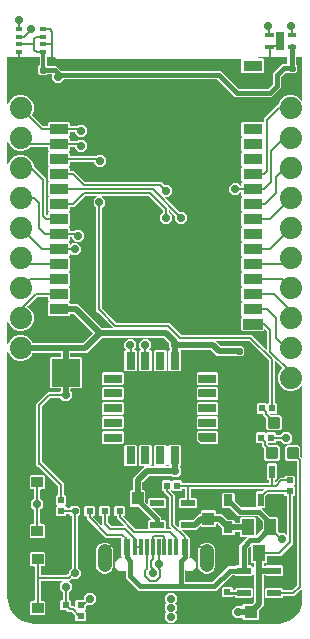
<source format=gbr>
G04 EAGLE Gerber RS-274X export*
G75*
%MOMM*%
%FSLAX34Y34*%
%LPD*%
%INTop Copper*%
%IPPOS*%
%AMOC8*
5,1,8,0,0,1.08239X$1,22.5*%
G01*
%ADD10R,1.200000X0.550000*%
%ADD11R,1.000000X1.100000*%
%ADD12R,1.000000X0.900000*%
%ADD13R,0.600000X0.540000*%
%ADD14C,1.879600*%
%ADD15R,0.800000X1.000000*%
%ADD16R,1.000000X1.400000*%
%ADD17R,0.540000X0.600000*%
%ADD18C,0.300000*%
%ADD19R,0.482600X1.117600*%
%ADD20R,1.100000X1.000000*%
%ADD21R,0.500000X0.500000*%
%ADD22R,1.500000X0.800000*%
%ADD23R,0.800000X1.500000*%
%ADD24R,4.800000X4.800000*%
%ADD25R,0.500000X0.350000*%
%ADD26R,2.403600X2.368000*%
%ADD27C,0.087500*%
%ADD28R,0.700000X1.600000*%
%ADD29C,0.270000*%
%ADD30R,1.600000X0.940000*%
%ADD31C,0.037600*%
%ADD32R,0.600000X1.450000*%
%ADD33R,0.300000X1.450000*%
%ADD34C,1.158000*%
%ADD35C,0.706400*%
%ADD36C,0.508000*%
%ADD37C,0.200000*%
%ADD38C,0.609600*%
%ADD39C,0.406400*%
%ADD40C,0.304800*%
%ADD41C,0.254000*%

G36*
X232423Y226D02*
X232423Y226D01*
X232440Y224D01*
X235524Y467D01*
X235558Y477D01*
X235612Y484D01*
X241479Y2390D01*
X241512Y2410D01*
X241585Y2444D01*
X246576Y6070D01*
X246601Y6099D01*
X246660Y6154D01*
X250286Y11145D01*
X250301Y11181D01*
X250340Y11251D01*
X252246Y17118D01*
X252249Y17154D01*
X252263Y17206D01*
X252506Y20290D01*
X252504Y20303D01*
X252507Y20320D01*
X252507Y29579D01*
X252501Y29604D01*
X252504Y29630D01*
X252482Y29687D01*
X252468Y29747D01*
X252451Y29767D01*
X252442Y29791D01*
X252397Y29833D01*
X252358Y29881D01*
X252334Y29892D01*
X252315Y29909D01*
X252256Y29927D01*
X252199Y29952D01*
X252174Y29951D01*
X252149Y29958D01*
X252088Y29948D01*
X252026Y29945D01*
X252004Y29933D01*
X251978Y29929D01*
X251907Y29880D01*
X251874Y29863D01*
X251868Y29855D01*
X251858Y29848D01*
X251124Y29114D01*
X245786Y23775D01*
X236686Y23775D01*
X236636Y23764D01*
X236585Y23762D01*
X236553Y23744D01*
X236517Y23736D01*
X236478Y23703D01*
X236433Y23679D01*
X236412Y23649D01*
X236384Y23626D01*
X236363Y23579D01*
X236333Y23537D01*
X236325Y23495D01*
X236313Y23467D01*
X236314Y23437D01*
X236306Y23395D01*
X236306Y22918D01*
X235413Y22025D01*
X222149Y22025D01*
X221256Y22918D01*
X221256Y29682D01*
X222149Y30575D01*
X235413Y30575D01*
X236306Y29682D01*
X236306Y29205D01*
X236317Y29155D01*
X236319Y29104D01*
X236337Y29072D01*
X236345Y29036D01*
X236378Y28997D01*
X236402Y28952D01*
X236432Y28931D01*
X236455Y28903D01*
X236502Y28882D01*
X236544Y28852D01*
X236586Y28844D01*
X236614Y28832D01*
X236644Y28833D01*
X236686Y28825D01*
X243537Y28825D01*
X243611Y28842D01*
X243685Y28855D01*
X243696Y28862D01*
X243705Y28864D01*
X243734Y28888D01*
X243806Y28936D01*
X247554Y32684D01*
X247594Y32749D01*
X247638Y32811D01*
X247640Y32823D01*
X247645Y32832D01*
X247649Y32869D01*
X247665Y32953D01*
X247665Y137767D01*
X247648Y137841D01*
X247635Y137915D01*
X247628Y137926D01*
X247626Y137935D01*
X247602Y137964D01*
X247554Y138036D01*
X247356Y138234D01*
X247291Y138274D01*
X247229Y138318D01*
X247217Y138320D01*
X247208Y138325D01*
X247171Y138329D01*
X247087Y138345D01*
X239537Y138345D01*
X237765Y140117D01*
X237765Y149623D01*
X239537Y151395D01*
X249043Y151395D01*
X250815Y149623D01*
X250815Y142073D01*
X250832Y141999D01*
X250845Y141925D01*
X250852Y141914D01*
X250854Y141905D01*
X250878Y141876D01*
X250926Y141804D01*
X251124Y141606D01*
X251858Y140872D01*
X251880Y140859D01*
X251896Y140839D01*
X251953Y140814D01*
X252005Y140781D01*
X252031Y140779D01*
X252055Y140768D01*
X252116Y140770D01*
X252178Y140764D01*
X252202Y140774D01*
X252228Y140775D01*
X252282Y140804D01*
X252340Y140826D01*
X252357Y140845D01*
X252380Y140857D01*
X252415Y140908D01*
X252457Y140953D01*
X252465Y140978D01*
X252480Y140999D01*
X252496Y141084D01*
X252507Y141119D01*
X252505Y141129D01*
X252507Y141141D01*
X252507Y201852D01*
X252501Y201877D01*
X252504Y201903D01*
X252482Y201961D01*
X252468Y202021D01*
X252451Y202041D01*
X252442Y202065D01*
X252397Y202107D01*
X252358Y202155D01*
X252334Y202165D01*
X252315Y202183D01*
X252256Y202200D01*
X252199Y202225D01*
X252174Y202225D01*
X252149Y202232D01*
X252088Y202221D01*
X252026Y202219D01*
X252004Y202207D01*
X251978Y202202D01*
X251907Y202154D01*
X251874Y202136D01*
X251868Y202128D01*
X251858Y202121D01*
X248757Y199020D01*
X244743Y197357D01*
X240397Y197357D01*
X236383Y199020D01*
X233310Y202093D01*
X231647Y206107D01*
X231647Y210453D01*
X233310Y214467D01*
X235337Y216494D01*
X235364Y216537D01*
X235398Y216575D01*
X235409Y216610D01*
X235428Y216641D01*
X235433Y216692D01*
X235448Y216741D01*
X235441Y216777D01*
X235445Y216814D01*
X235427Y216861D01*
X235418Y216911D01*
X235394Y216947D01*
X235383Y216975D01*
X235361Y216996D01*
X235337Y217032D01*
X229928Y222441D01*
X229906Y222454D01*
X229890Y222474D01*
X229833Y222499D01*
X229781Y222532D01*
X229755Y222534D01*
X229732Y222545D01*
X229670Y222543D01*
X229608Y222548D01*
X229584Y222539D01*
X229558Y222538D01*
X229504Y222509D01*
X229446Y222487D01*
X229429Y222468D01*
X229406Y222456D01*
X229371Y222405D01*
X229329Y222360D01*
X229321Y222335D01*
X229306Y222314D01*
X229290Y222229D01*
X229279Y222194D01*
X229281Y222184D01*
X229279Y222172D01*
X229279Y187507D01*
X229290Y187457D01*
X229292Y187406D01*
X229310Y187374D01*
X229318Y187338D01*
X229351Y187299D01*
X229375Y187254D01*
X229405Y187233D01*
X229428Y187204D01*
X229475Y187183D01*
X229517Y187154D01*
X229559Y187146D01*
X229587Y187133D01*
X229617Y187135D01*
X229659Y187126D01*
X230086Y187126D01*
X230979Y186233D01*
X230979Y178970D01*
X230086Y178077D01*
X225587Y178077D01*
X225562Y178071D01*
X225536Y178074D01*
X225479Y178052D01*
X225418Y178037D01*
X225398Y178021D01*
X225374Y178012D01*
X225332Y177967D01*
X225285Y177927D01*
X225274Y177904D01*
X225257Y177885D01*
X225239Y177826D01*
X225214Y177769D01*
X225215Y177743D01*
X225207Y177719D01*
X225218Y177658D01*
X225220Y177596D01*
X225233Y177573D01*
X225237Y177548D01*
X225285Y177476D01*
X225303Y177444D01*
X225311Y177438D01*
X225318Y177428D01*
X225652Y177094D01*
X225716Y177054D01*
X225778Y177011D01*
X225790Y177008D01*
X225799Y177003D01*
X225836Y176999D01*
X225920Y176983D01*
X233349Y176983D01*
X235121Y175211D01*
X235121Y165705D01*
X233349Y163934D01*
X223843Y163934D01*
X222071Y165705D01*
X222071Y173376D01*
X222054Y173450D01*
X222041Y173525D01*
X222034Y173535D01*
X222032Y173545D01*
X222008Y173574D01*
X221960Y173645D01*
X219035Y176570D01*
X219035Y177697D01*
X219024Y177746D01*
X219022Y177797D01*
X219004Y177830D01*
X218996Y177865D01*
X218963Y177905D01*
X218939Y177950D01*
X218909Y177971D01*
X218886Y177999D01*
X218839Y178020D01*
X218797Y178049D01*
X218755Y178057D01*
X218728Y178070D01*
X218697Y178069D01*
X218655Y178077D01*
X214782Y178077D01*
X213889Y178970D01*
X213889Y186233D01*
X214782Y187126D01*
X221446Y187126D01*
X222165Y186407D01*
X222209Y186380D01*
X222246Y186345D01*
X222281Y186335D01*
X222312Y186315D01*
X222363Y186311D01*
X222412Y186296D01*
X222448Y186302D01*
X222485Y186299D01*
X222533Y186317D01*
X222583Y186326D01*
X222618Y186350D01*
X222647Y186361D01*
X222668Y186383D01*
X222703Y186407D01*
X223422Y187126D01*
X223849Y187126D01*
X223899Y187138D01*
X223950Y187140D01*
X223982Y187157D01*
X224018Y187166D01*
X224057Y187198D01*
X224102Y187223D01*
X224123Y187253D01*
X224151Y187276D01*
X224172Y187323D01*
X224202Y187364D01*
X224210Y187406D01*
X224222Y187434D01*
X224221Y187465D01*
X224229Y187507D01*
X224229Y222893D01*
X224212Y222967D01*
X224199Y223041D01*
X224192Y223052D01*
X224190Y223061D01*
X224166Y223090D01*
X224118Y223162D01*
X207346Y239934D01*
X207281Y239974D01*
X207219Y240018D01*
X207207Y240020D01*
X207198Y240025D01*
X207161Y240029D01*
X207077Y240045D01*
X179371Y240045D01*
X179346Y240039D01*
X179320Y240042D01*
X179263Y240020D01*
X179202Y240006D01*
X179182Y239989D01*
X179158Y239980D01*
X179116Y239935D01*
X179069Y239896D01*
X179058Y239872D01*
X179041Y239853D01*
X179023Y239794D01*
X178998Y239737D01*
X178999Y239712D01*
X178991Y239687D01*
X179002Y239626D01*
X179004Y239564D01*
X179017Y239542D01*
X179021Y239516D01*
X179069Y239445D01*
X179087Y239412D01*
X179095Y239406D01*
X179102Y239396D01*
X180706Y237792D01*
X183182Y235316D01*
X183247Y235276D01*
X183309Y235232D01*
X183321Y235230D01*
X183329Y235225D01*
X183366Y235221D01*
X183451Y235205D01*
X195722Y235205D01*
X195796Y235222D01*
X195871Y235235D01*
X195881Y235242D01*
X195890Y235244D01*
X195919Y235268D01*
X195991Y235316D01*
X196339Y235665D01*
X201421Y235665D01*
X203105Y233981D01*
X203105Y228299D01*
X201421Y226615D01*
X196339Y226615D01*
X195991Y226964D01*
X195926Y227004D01*
X195864Y227048D01*
X195852Y227050D01*
X195843Y227055D01*
X195806Y227059D01*
X195722Y227075D01*
X179926Y227075D01*
X177434Y229568D01*
X174958Y232044D01*
X174893Y232084D01*
X174831Y232128D01*
X174819Y232130D01*
X174811Y232135D01*
X174774Y232139D01*
X174689Y232155D01*
X149879Y232155D01*
X149854Y232149D01*
X149828Y232152D01*
X149770Y232130D01*
X149710Y232116D01*
X149690Y232099D01*
X149666Y232090D01*
X149624Y232045D01*
X149577Y232006D01*
X149566Y231982D01*
X149549Y231963D01*
X149531Y231904D01*
X149506Y231847D01*
X149507Y231822D01*
X149499Y231797D01*
X149510Y231736D01*
X149512Y231674D01*
X149525Y231652D01*
X149529Y231626D01*
X149577Y231555D01*
X149595Y231522D01*
X149603Y231516D01*
X149610Y231506D01*
X150105Y231012D01*
X150105Y214748D01*
X149212Y213855D01*
X139948Y213855D01*
X139055Y214748D01*
X139055Y231012D01*
X139948Y231905D01*
X140135Y231905D01*
X140185Y231916D01*
X140236Y231918D01*
X140268Y231936D01*
X140304Y231944D01*
X140343Y231977D01*
X140388Y232001D01*
X140409Y232031D01*
X140437Y232054D01*
X140458Y232101D01*
X140488Y232143D01*
X140496Y232185D01*
X140508Y232213D01*
X140507Y232243D01*
X140515Y232285D01*
X140515Y233176D01*
X140498Y233250D01*
X140485Y233325D01*
X140478Y233335D01*
X140476Y233345D01*
X140452Y233373D01*
X140404Y233445D01*
X139723Y234125D01*
X139723Y237511D01*
X139711Y237563D01*
X139710Y237599D01*
X139700Y237616D01*
X139693Y237660D01*
X139686Y237670D01*
X139684Y237680D01*
X139660Y237708D01*
X139612Y237780D01*
X135188Y242204D01*
X135123Y242244D01*
X135061Y242288D01*
X135049Y242290D01*
X135040Y242295D01*
X135003Y242299D01*
X134919Y242315D01*
X83121Y242315D01*
X83047Y242298D01*
X82972Y242285D01*
X82962Y242278D01*
X82952Y242276D01*
X82924Y242252D01*
X82852Y242204D01*
X70264Y229615D01*
X56515Y229615D01*
X56465Y229604D01*
X56414Y229602D01*
X56382Y229584D01*
X56346Y229576D01*
X56307Y229543D01*
X56262Y229519D01*
X56241Y229489D01*
X56213Y229466D01*
X56192Y229419D01*
X56162Y229377D01*
X56154Y229335D01*
X56142Y229307D01*
X56143Y229277D01*
X56135Y229235D01*
X56135Y226567D01*
X56146Y226517D01*
X56148Y226466D01*
X56166Y226434D01*
X56174Y226398D01*
X56207Y226359D01*
X56231Y226314D01*
X56261Y226293D01*
X56284Y226265D01*
X56331Y226244D01*
X56373Y226214D01*
X56415Y226206D01*
X56443Y226194D01*
X56473Y226195D01*
X56515Y226187D01*
X64720Y226187D01*
X65613Y225294D01*
X65613Y200350D01*
X64720Y199457D01*
X56515Y199457D01*
X56465Y199446D01*
X56414Y199444D01*
X56382Y199426D01*
X56346Y199418D01*
X56307Y199385D01*
X56262Y199361D01*
X56241Y199331D01*
X56213Y199308D01*
X56192Y199261D01*
X56162Y199219D01*
X56154Y199177D01*
X56142Y199149D01*
X56143Y199119D01*
X56135Y199077D01*
X56135Y197554D01*
X56147Y197501D01*
X56148Y197472D01*
X56156Y197458D01*
X56165Y197405D01*
X56172Y197395D01*
X56174Y197385D01*
X56198Y197357D01*
X56246Y197285D01*
X57127Y196405D01*
X57127Y192215D01*
X54165Y189253D01*
X49975Y189253D01*
X47555Y191674D01*
X47490Y191714D01*
X47428Y191758D01*
X47416Y191760D01*
X47408Y191765D01*
X47371Y191769D01*
X47286Y191785D01*
X39303Y191785D01*
X39229Y191768D01*
X39155Y191755D01*
X39144Y191748D01*
X39135Y191746D01*
X39106Y191722D01*
X39034Y191674D01*
X31846Y184486D01*
X31806Y184421D01*
X31762Y184359D01*
X31760Y184347D01*
X31755Y184338D01*
X31751Y184301D01*
X31735Y184217D01*
X31735Y138363D01*
X31752Y138289D01*
X31765Y138215D01*
X31772Y138204D01*
X31774Y138195D01*
X31798Y138166D01*
X31846Y138094D01*
X50785Y119156D01*
X50785Y109255D01*
X50796Y109205D01*
X50798Y109154D01*
X50816Y109122D01*
X50824Y109086D01*
X50857Y109047D01*
X50881Y109002D01*
X50911Y108981D01*
X50934Y108953D01*
X50981Y108932D01*
X51023Y108902D01*
X51065Y108894D01*
X51093Y108882D01*
X51123Y108883D01*
X51165Y108875D01*
X51892Y108875D01*
X52785Y107982D01*
X52785Y101318D01*
X52065Y100599D01*
X52038Y100556D01*
X52004Y100518D01*
X51993Y100483D01*
X51974Y100452D01*
X51969Y100401D01*
X51954Y100352D01*
X51961Y100316D01*
X51957Y100279D01*
X51975Y100232D01*
X51984Y100181D01*
X52008Y100146D01*
X52019Y100117D01*
X52041Y100096D01*
X52065Y100061D01*
X52785Y99342D01*
X52785Y98915D01*
X52796Y98865D01*
X52798Y98814D01*
X52816Y98782D01*
X52824Y98746D01*
X52857Y98707D01*
X52881Y98662D01*
X52911Y98641D01*
X52934Y98613D01*
X52981Y98592D01*
X53023Y98562D01*
X53065Y98554D01*
X53093Y98542D01*
X53123Y98543D01*
X53165Y98535D01*
X54992Y98535D01*
X55066Y98552D01*
X55140Y98565D01*
X55151Y98572D01*
X55160Y98574D01*
X55189Y98598D01*
X55261Y98646D01*
X56849Y100235D01*
X62531Y100235D01*
X64215Y98551D01*
X64215Y93469D01*
X62518Y91773D01*
X62494Y91772D01*
X62462Y91754D01*
X62426Y91746D01*
X62387Y91713D01*
X62342Y91689D01*
X62321Y91659D01*
X62293Y91636D01*
X62272Y91589D01*
X62242Y91547D01*
X62234Y91505D01*
X62222Y91477D01*
X62223Y91447D01*
X62215Y91405D01*
X62215Y47964D01*
X62232Y47890D01*
X62245Y47815D01*
X62252Y47805D01*
X62254Y47795D01*
X62278Y47767D01*
X62326Y47695D01*
X64747Y45275D01*
X64747Y41085D01*
X61785Y38123D01*
X57595Y38123D01*
X57534Y38185D01*
X57490Y38212D01*
X57453Y38247D01*
X57418Y38257D01*
X57386Y38277D01*
X57336Y38281D01*
X57287Y38296D01*
X57250Y38290D01*
X57214Y38293D01*
X57166Y38275D01*
X57116Y38266D01*
X57081Y38242D01*
X57052Y38232D01*
X57031Y38209D01*
X56996Y38185D01*
X55656Y36845D01*
X55044Y36845D01*
X55019Y36839D01*
X54993Y36842D01*
X54935Y36820D01*
X54875Y36806D01*
X54855Y36789D01*
X54831Y36780D01*
X54789Y36735D01*
X54742Y36696D01*
X54731Y36672D01*
X54714Y36653D01*
X54696Y36594D01*
X54671Y36537D01*
X54672Y36512D01*
X54664Y36487D01*
X54675Y36426D01*
X54677Y36364D01*
X54690Y36342D01*
X54694Y36316D01*
X54742Y36245D01*
X54760Y36212D01*
X54768Y36206D01*
X54775Y36196D01*
X57127Y33845D01*
X57127Y29655D01*
X54706Y27235D01*
X54666Y27170D01*
X54622Y27108D01*
X54620Y27096D01*
X54615Y27088D01*
X54611Y27051D01*
X54595Y26966D01*
X54595Y20355D01*
X54606Y20305D01*
X54608Y20254D01*
X54626Y20222D01*
X54634Y20186D01*
X54667Y20147D01*
X54691Y20102D01*
X54721Y20081D01*
X54744Y20053D01*
X54791Y20032D01*
X54833Y20002D01*
X54875Y19994D01*
X54903Y19982D01*
X54933Y19983D01*
X54975Y19975D01*
X55702Y19975D01*
X56595Y19082D01*
X56595Y15365D01*
X56606Y15315D01*
X56608Y15264D01*
X56626Y15232D01*
X56634Y15196D01*
X56667Y15157D01*
X56691Y15112D01*
X56721Y15091D01*
X56744Y15063D01*
X56791Y15042D01*
X56833Y15012D01*
X56875Y15004D01*
X56903Y14992D01*
X56933Y14993D01*
X56975Y14985D01*
X59216Y14985D01*
X59596Y14605D01*
X59618Y14591D01*
X59634Y14571D01*
X59691Y14546D01*
X59743Y14513D01*
X59769Y14511D01*
X59793Y14500D01*
X59854Y14503D01*
X59916Y14497D01*
X59940Y14506D01*
X59966Y14507D01*
X60020Y14536D01*
X60078Y14558D01*
X60095Y14577D01*
X60118Y14590D01*
X60153Y14640D01*
X60195Y14685D01*
X60203Y14710D01*
X60218Y14731D01*
X60234Y14816D01*
X60245Y14852D01*
X60243Y14861D01*
X60245Y14873D01*
X60245Y19082D01*
X61138Y19975D01*
X66953Y19975D01*
X67003Y19986D01*
X67054Y19988D01*
X67086Y20006D01*
X67122Y20014D01*
X67161Y20047D01*
X67206Y20071D01*
X67227Y20101D01*
X67255Y20124D01*
X67276Y20171D01*
X67306Y20213D01*
X67314Y20255D01*
X67326Y20283D01*
X67326Y20302D01*
X67326Y20304D01*
X67326Y20317D01*
X67333Y20355D01*
X67333Y23685D01*
X70295Y26647D01*
X74485Y26647D01*
X77447Y23685D01*
X77447Y19495D01*
X74485Y16533D01*
X71061Y16533D01*
X70987Y16516D01*
X70913Y16503D01*
X70902Y16496D01*
X70893Y16494D01*
X70864Y16470D01*
X70792Y16422D01*
X69406Y15036D01*
X69366Y14971D01*
X69322Y14909D01*
X69320Y14897D01*
X69315Y14888D01*
X69311Y14851D01*
X69295Y14767D01*
X69295Y12418D01*
X68575Y11699D01*
X68548Y11656D01*
X68514Y11618D01*
X68503Y11583D01*
X68484Y11552D01*
X68479Y11501D01*
X68464Y11452D01*
X68471Y11416D01*
X68467Y11379D01*
X68485Y11332D01*
X68494Y11281D01*
X68518Y11246D01*
X68529Y11217D01*
X68551Y11196D01*
X68575Y11161D01*
X69295Y10442D01*
X69295Y3778D01*
X68402Y2885D01*
X61138Y2885D01*
X60245Y3778D01*
X60245Y6657D01*
X60228Y6731D01*
X60215Y6806D01*
X60208Y6816D01*
X60206Y6826D01*
X60182Y6854D01*
X60134Y6926D01*
X57236Y9824D01*
X57171Y9864D01*
X57109Y9908D01*
X57097Y9910D01*
X57089Y9915D01*
X57052Y9919D01*
X56967Y9935D01*
X54314Y9935D01*
X52836Y11414D01*
X52771Y11454D01*
X52709Y11498D01*
X52697Y11500D01*
X52688Y11505D01*
X52651Y11509D01*
X52567Y11525D01*
X48438Y11525D01*
X47545Y12418D01*
X47545Y19082D01*
X48438Y19975D01*
X49165Y19975D01*
X49215Y19986D01*
X49266Y19988D01*
X49298Y20006D01*
X49334Y20014D01*
X49373Y20047D01*
X49418Y20071D01*
X49439Y20101D01*
X49467Y20124D01*
X49488Y20171D01*
X49518Y20213D01*
X49526Y20255D01*
X49538Y20283D01*
X49538Y20302D01*
X49538Y20304D01*
X49538Y20317D01*
X49545Y20355D01*
X49545Y26966D01*
X49528Y27040D01*
X49515Y27115D01*
X49508Y27125D01*
X49506Y27135D01*
X49482Y27163D01*
X49434Y27235D01*
X47013Y29655D01*
X47013Y33845D01*
X49365Y36196D01*
X49378Y36218D01*
X49398Y36234D01*
X49424Y36291D01*
X49456Y36343D01*
X49459Y36369D01*
X49469Y36393D01*
X49467Y36454D01*
X49473Y36516D01*
X49464Y36540D01*
X49463Y36566D01*
X49433Y36620D01*
X49411Y36678D01*
X49392Y36695D01*
X49380Y36718D01*
X49329Y36753D01*
X49284Y36795D01*
X49259Y36803D01*
X49238Y36818D01*
X49154Y36834D01*
X49118Y36845D01*
X49108Y36843D01*
X49096Y36845D01*
X31225Y36845D01*
X31175Y36834D01*
X31124Y36832D01*
X31092Y36814D01*
X31056Y36806D01*
X31017Y36773D01*
X30972Y36749D01*
X30951Y36719D01*
X30923Y36696D01*
X30902Y36649D01*
X30872Y36607D01*
X30864Y36565D01*
X30852Y36537D01*
X30853Y36507D01*
X30845Y36465D01*
X30845Y20195D01*
X30856Y20145D01*
X30858Y20094D01*
X30876Y20062D01*
X30884Y20026D01*
X30917Y19987D01*
X30941Y19942D01*
X30971Y19921D01*
X30994Y19893D01*
X31041Y19872D01*
X31083Y19842D01*
X31125Y19834D01*
X31153Y19822D01*
X31183Y19823D01*
X31225Y19815D01*
X33952Y19815D01*
X34845Y18922D01*
X34845Y8658D01*
X33952Y7765D01*
X22688Y7765D01*
X21795Y8658D01*
X21795Y18922D01*
X22688Y19815D01*
X25415Y19815D01*
X25465Y19826D01*
X25516Y19828D01*
X25548Y19846D01*
X25584Y19854D01*
X25623Y19887D01*
X25668Y19911D01*
X25689Y19941D01*
X25717Y19964D01*
X25738Y20011D01*
X25768Y20053D01*
X25776Y20095D01*
X25788Y20123D01*
X25787Y20153D01*
X25795Y20195D01*
X25795Y48385D01*
X25784Y48435D01*
X25782Y48486D01*
X25764Y48518D01*
X25756Y48554D01*
X25723Y48593D01*
X25699Y48638D01*
X25669Y48659D01*
X25646Y48687D01*
X25599Y48708D01*
X25557Y48738D01*
X25515Y48746D01*
X25487Y48758D01*
X25457Y48757D01*
X25415Y48765D01*
X22688Y48765D01*
X21795Y49658D01*
X21795Y59922D01*
X22688Y60815D01*
X33952Y60815D01*
X34845Y59922D01*
X34845Y49658D01*
X33952Y48765D01*
X31225Y48765D01*
X31175Y48754D01*
X31124Y48752D01*
X31092Y48734D01*
X31056Y48726D01*
X31017Y48693D01*
X30972Y48669D01*
X30951Y48639D01*
X30923Y48616D01*
X30902Y48569D01*
X30872Y48527D01*
X30864Y48485D01*
X30852Y48457D01*
X30853Y48427D01*
X30845Y48385D01*
X30845Y42275D01*
X30856Y42225D01*
X30858Y42174D01*
X30876Y42142D01*
X30884Y42106D01*
X30917Y42067D01*
X30941Y42022D01*
X30971Y42001D01*
X30994Y41973D01*
X31041Y41952D01*
X31083Y41922D01*
X31125Y41914D01*
X31153Y41902D01*
X31183Y41903D01*
X31225Y41895D01*
X53407Y41895D01*
X53481Y41912D01*
X53555Y41925D01*
X53566Y41932D01*
X53575Y41934D01*
X53604Y41958D01*
X53676Y42006D01*
X54522Y42852D01*
X54562Y42917D01*
X54606Y42979D01*
X54608Y42991D01*
X54613Y43000D01*
X54617Y43037D01*
X54633Y43121D01*
X54633Y45275D01*
X57054Y47695D01*
X57094Y47760D01*
X57138Y47822D01*
X57140Y47834D01*
X57145Y47842D01*
X57149Y47879D01*
X57165Y47964D01*
X57165Y91405D01*
X57154Y91455D01*
X57152Y91506D01*
X57134Y91538D01*
X57126Y91574D01*
X57093Y91613D01*
X57069Y91658D01*
X57039Y91679D01*
X57016Y91707D01*
X56969Y91728D01*
X56927Y91758D01*
X56885Y91766D01*
X56857Y91778D01*
X56856Y91778D01*
X55261Y93374D01*
X55196Y93414D01*
X55134Y93458D01*
X55122Y93460D01*
X55113Y93465D01*
X55076Y93469D01*
X54992Y93485D01*
X53165Y93485D01*
X53115Y93474D01*
X53064Y93472D01*
X53032Y93454D01*
X52996Y93446D01*
X52957Y93413D01*
X52912Y93389D01*
X52891Y93359D01*
X52863Y93336D01*
X52842Y93289D01*
X52812Y93247D01*
X52804Y93205D01*
X52792Y93177D01*
X52793Y93147D01*
X52785Y93105D01*
X52785Y92678D01*
X51892Y91785D01*
X44628Y91785D01*
X43735Y92678D01*
X43735Y99342D01*
X44455Y100061D01*
X44482Y100104D01*
X44516Y100142D01*
X44527Y100177D01*
X44546Y100208D01*
X44551Y100259D01*
X44566Y100308D01*
X44559Y100344D01*
X44563Y100381D01*
X44545Y100428D01*
X44536Y100479D01*
X44512Y100514D01*
X44501Y100543D01*
X44479Y100564D01*
X44455Y100599D01*
X43735Y101318D01*
X43735Y107982D01*
X44628Y108875D01*
X45355Y108875D01*
X45405Y108886D01*
X45456Y108888D01*
X45488Y108906D01*
X45524Y108914D01*
X45563Y108947D01*
X45608Y108971D01*
X45629Y109001D01*
X45657Y109024D01*
X45678Y109071D01*
X45708Y109113D01*
X45716Y109155D01*
X45728Y109183D01*
X45727Y109213D01*
X45735Y109255D01*
X45735Y116907D01*
X45718Y116981D01*
X45705Y117055D01*
X45698Y117066D01*
X45696Y117075D01*
X45672Y117104D01*
X45624Y117176D01*
X29546Y133254D01*
X29481Y133294D01*
X29419Y133338D01*
X29407Y133340D01*
X29398Y133345D01*
X29361Y133349D01*
X29277Y133365D01*
X28164Y133365D01*
X26685Y134844D01*
X26685Y186466D01*
X37054Y196835D01*
X47286Y196835D01*
X47360Y196852D01*
X47435Y196865D01*
X47445Y196872D01*
X47455Y196874D01*
X47483Y196898D01*
X47555Y196946D01*
X47894Y197285D01*
X47934Y197350D01*
X47978Y197412D01*
X47980Y197424D01*
X47985Y197432D01*
X47989Y197469D01*
X47992Y197486D01*
X47998Y197500D01*
X47998Y197515D01*
X48005Y197554D01*
X48005Y199077D01*
X47994Y199127D01*
X47992Y199178D01*
X47974Y199210D01*
X47966Y199246D01*
X47933Y199285D01*
X47909Y199330D01*
X47879Y199351D01*
X47856Y199379D01*
X47809Y199400D01*
X47767Y199430D01*
X47725Y199438D01*
X47697Y199450D01*
X47667Y199449D01*
X47625Y199457D01*
X39420Y199457D01*
X38527Y200350D01*
X38527Y225294D01*
X39420Y226187D01*
X47625Y226187D01*
X47675Y226198D01*
X47726Y226200D01*
X47758Y226218D01*
X47794Y226226D01*
X47833Y226259D01*
X47878Y226283D01*
X47899Y226313D01*
X47927Y226336D01*
X47948Y226383D01*
X47978Y226425D01*
X47986Y226467D01*
X47998Y226495D01*
X47997Y226525D01*
X48005Y226567D01*
X48005Y229235D01*
X47994Y229285D01*
X47992Y229336D01*
X47974Y229368D01*
X47966Y229404D01*
X47933Y229443D01*
X47909Y229488D01*
X47879Y229509D01*
X47856Y229537D01*
X47809Y229558D01*
X47767Y229588D01*
X47725Y229596D01*
X47697Y229608D01*
X47667Y229607D01*
X47625Y229615D01*
X24363Y229615D01*
X24301Y229601D01*
X24238Y229594D01*
X24218Y229581D01*
X24194Y229576D01*
X24145Y229535D01*
X24092Y229501D01*
X24077Y229479D01*
X24061Y229466D01*
X24045Y229431D01*
X24012Y229381D01*
X23230Y227493D01*
X20157Y224420D01*
X16143Y222757D01*
X11797Y222757D01*
X7783Y224420D01*
X4710Y227493D01*
X3494Y230428D01*
X3487Y230439D01*
X3484Y230451D01*
X3448Y230495D01*
X3430Y230527D01*
X3416Y230537D01*
X3393Y230569D01*
X3382Y230575D01*
X3374Y230585D01*
X3306Y230615D01*
X3301Y230618D01*
X3289Y230627D01*
X3282Y230628D01*
X3240Y230650D01*
X3227Y230651D01*
X3215Y230656D01*
X3151Y230653D01*
X3147Y230654D01*
X3143Y230654D01*
X3138Y230653D01*
X3067Y230655D01*
X3055Y230650D01*
X3042Y230649D01*
X2982Y230617D01*
X2974Y230615D01*
X2968Y230610D01*
X2910Y230583D01*
X2901Y230573D01*
X2890Y230567D01*
X2854Y230516D01*
X2841Y230505D01*
X2834Y230489D01*
X2801Y230448D01*
X2798Y230436D01*
X2790Y230425D01*
X2779Y230368D01*
X2770Y230346D01*
X2771Y230323D01*
X2763Y230283D01*
X2763Y22860D01*
X2766Y22847D01*
X2764Y22830D01*
X3038Y19348D01*
X3049Y19314D01*
X3055Y19261D01*
X5207Y12638D01*
X5227Y12605D01*
X5261Y12532D01*
X9354Y6898D01*
X9383Y6873D01*
X9438Y6814D01*
X15072Y2721D01*
X15108Y2706D01*
X15178Y2667D01*
X21801Y515D01*
X21836Y512D01*
X21888Y498D01*
X25370Y224D01*
X25383Y226D01*
X25400Y223D01*
X232410Y223D01*
X232423Y226D01*
G37*
G36*
X222500Y232166D02*
X222500Y232166D01*
X222526Y232167D01*
X222580Y232196D01*
X222638Y232218D01*
X222655Y232237D01*
X222678Y232249D01*
X222713Y232300D01*
X222755Y232345D01*
X222763Y232370D01*
X222778Y232391D01*
X222793Y232472D01*
X222798Y232483D01*
X222798Y232489D01*
X222805Y232511D01*
X222803Y232521D01*
X222805Y232533D01*
X222805Y247717D01*
X222788Y247791D01*
X222775Y247865D01*
X222768Y247876D01*
X222766Y247885D01*
X222742Y247914D01*
X222694Y247986D01*
X220624Y250056D01*
X220602Y250069D01*
X220586Y250089D01*
X220529Y250114D01*
X220477Y250147D01*
X220451Y250149D01*
X220427Y250160D01*
X220366Y250158D01*
X220304Y250164D01*
X220280Y250154D01*
X220254Y250153D01*
X220200Y250124D01*
X220142Y250102D01*
X220125Y250083D01*
X220102Y250071D01*
X220067Y250020D01*
X220025Y249975D01*
X220017Y249950D01*
X220002Y249929D01*
X219986Y249844D01*
X219975Y249809D01*
X219977Y249799D01*
X219975Y249787D01*
X219975Y248809D01*
X218971Y247805D01*
X201929Y247805D01*
X200925Y248809D01*
X200925Y259251D01*
X201730Y260056D01*
X201741Y260074D01*
X201752Y260083D01*
X201762Y260105D01*
X201791Y260137D01*
X201802Y260172D01*
X201821Y260203D01*
X201826Y260254D01*
X201841Y260303D01*
X201834Y260339D01*
X201838Y260376D01*
X201820Y260423D01*
X201811Y260474D01*
X201787Y260509D01*
X201776Y260538D01*
X201754Y260558D01*
X201730Y260594D01*
X200925Y261398D01*
X200925Y272062D01*
X201675Y272811D01*
X201702Y272854D01*
X201736Y272892D01*
X201747Y272927D01*
X201766Y272958D01*
X201771Y273009D01*
X201786Y273058D01*
X201779Y273094D01*
X201783Y273131D01*
X201765Y273178D01*
X201756Y273229D01*
X201732Y273264D01*
X201721Y273293D01*
X201699Y273314D01*
X201675Y273349D01*
X200925Y274098D01*
X200925Y284762D01*
X201675Y285511D01*
X201702Y285554D01*
X201736Y285592D01*
X201747Y285627D01*
X201766Y285658D01*
X201771Y285709D01*
X201786Y285758D01*
X201779Y285794D01*
X201783Y285831D01*
X201765Y285878D01*
X201756Y285929D01*
X201732Y285964D01*
X201721Y285993D01*
X201699Y286014D01*
X201683Y286037D01*
X201679Y286043D01*
X201678Y286045D01*
X201675Y286049D01*
X200925Y286798D01*
X200925Y297462D01*
X201675Y298211D01*
X201702Y298254D01*
X201736Y298292D01*
X201747Y298327D01*
X201766Y298358D01*
X201771Y298409D01*
X201786Y298458D01*
X201779Y298494D01*
X201783Y298531D01*
X201765Y298578D01*
X201756Y298629D01*
X201732Y298664D01*
X201721Y298693D01*
X201699Y298714D01*
X201675Y298749D01*
X200925Y299498D01*
X200925Y310162D01*
X201675Y310911D01*
X201702Y310954D01*
X201736Y310992D01*
X201747Y311027D01*
X201766Y311058D01*
X201771Y311109D01*
X201786Y311158D01*
X201779Y311194D01*
X201783Y311231D01*
X201765Y311278D01*
X201756Y311329D01*
X201732Y311364D01*
X201721Y311393D01*
X201699Y311414D01*
X201675Y311449D01*
X200925Y312198D01*
X200925Y322862D01*
X201675Y323611D01*
X201702Y323654D01*
X201736Y323692D01*
X201747Y323727D01*
X201766Y323758D01*
X201771Y323809D01*
X201786Y323858D01*
X201779Y323894D01*
X201783Y323931D01*
X201765Y323978D01*
X201756Y324029D01*
X201732Y324064D01*
X201721Y324093D01*
X201699Y324114D01*
X201675Y324149D01*
X200925Y324898D01*
X200925Y335562D01*
X201675Y336311D01*
X201702Y336354D01*
X201736Y336392D01*
X201747Y336427D01*
X201766Y336458D01*
X201771Y336509D01*
X201786Y336558D01*
X201779Y336594D01*
X201783Y336631D01*
X201765Y336678D01*
X201756Y336729D01*
X201732Y336764D01*
X201721Y336793D01*
X201699Y336814D01*
X201675Y336849D01*
X200925Y337598D01*
X200925Y348262D01*
X201675Y349011D01*
X201702Y349054D01*
X201736Y349092D01*
X201747Y349127D01*
X201766Y349158D01*
X201771Y349209D01*
X201786Y349258D01*
X201779Y349294D01*
X201783Y349331D01*
X201765Y349378D01*
X201756Y349429D01*
X201732Y349464D01*
X201721Y349493D01*
X201699Y349514D01*
X201679Y349543D01*
X201678Y349545D01*
X201677Y349546D01*
X201675Y349549D01*
X200925Y350298D01*
X200925Y360962D01*
X201675Y361711D01*
X201702Y361754D01*
X201736Y361792D01*
X201747Y361827D01*
X201766Y361858D01*
X201771Y361909D01*
X201786Y361958D01*
X201779Y361994D01*
X201783Y362031D01*
X201765Y362078D01*
X201756Y362129D01*
X201732Y362164D01*
X201721Y362193D01*
X201699Y362214D01*
X201675Y362249D01*
X200925Y362998D01*
X200925Y365395D01*
X200914Y365445D01*
X200912Y365496D01*
X200894Y365528D01*
X200886Y365564D01*
X200853Y365603D01*
X200829Y365648D01*
X200799Y365669D01*
X200776Y365697D01*
X200729Y365718D01*
X200687Y365748D01*
X200645Y365756D01*
X200617Y365768D01*
X200587Y365767D01*
X200545Y365775D01*
X200364Y365775D01*
X200290Y365758D01*
X200215Y365745D01*
X200205Y365738D01*
X200195Y365736D01*
X200167Y365712D01*
X200095Y365664D01*
X197675Y363243D01*
X193485Y363243D01*
X190523Y366205D01*
X190523Y370395D01*
X193485Y373357D01*
X197675Y373357D01*
X200095Y370936D01*
X200160Y370896D01*
X200222Y370852D01*
X200234Y370850D01*
X200242Y370845D01*
X200279Y370841D01*
X200364Y370825D01*
X200545Y370825D01*
X200595Y370836D01*
X200646Y370838D01*
X200678Y370856D01*
X200714Y370864D01*
X200753Y370897D01*
X200798Y370921D01*
X200819Y370951D01*
X200847Y370974D01*
X200868Y371021D01*
X200898Y371063D01*
X200906Y371105D01*
X200918Y371133D01*
X200917Y371163D01*
X200925Y371205D01*
X200925Y373662D01*
X201675Y374411D01*
X201702Y374454D01*
X201736Y374492D01*
X201747Y374527D01*
X201766Y374558D01*
X201771Y374609D01*
X201786Y374658D01*
X201779Y374694D01*
X201783Y374731D01*
X201765Y374778D01*
X201756Y374829D01*
X201732Y374864D01*
X201721Y374893D01*
X201699Y374914D01*
X201675Y374949D01*
X200925Y375698D01*
X200925Y386362D01*
X201675Y387111D01*
X201702Y387154D01*
X201736Y387192D01*
X201747Y387227D01*
X201766Y387258D01*
X201771Y387309D01*
X201786Y387358D01*
X201779Y387394D01*
X201783Y387431D01*
X201765Y387478D01*
X201756Y387529D01*
X201732Y387564D01*
X201721Y387593D01*
X201699Y387614D01*
X201675Y387649D01*
X200925Y388398D01*
X200925Y399062D01*
X201675Y399811D01*
X201702Y399854D01*
X201736Y399892D01*
X201747Y399927D01*
X201766Y399958D01*
X201771Y400009D01*
X201786Y400058D01*
X201779Y400094D01*
X201783Y400131D01*
X201765Y400178D01*
X201756Y400229D01*
X201732Y400264D01*
X201721Y400293D01*
X201699Y400314D01*
X201675Y400349D01*
X200925Y401098D01*
X200925Y411762D01*
X201675Y412511D01*
X201702Y412554D01*
X201736Y412592D01*
X201747Y412627D01*
X201766Y412658D01*
X201771Y412709D01*
X201786Y412758D01*
X201779Y412794D01*
X201783Y412831D01*
X201765Y412878D01*
X201756Y412929D01*
X201732Y412964D01*
X201721Y412993D01*
X201699Y413014D01*
X201675Y413049D01*
X200925Y413798D01*
X200925Y424462D01*
X201818Y425355D01*
X219085Y425355D01*
X219098Y425347D01*
X219114Y425327D01*
X219171Y425301D01*
X219223Y425269D01*
X219249Y425266D01*
X219273Y425256D01*
X219334Y425258D01*
X219396Y425252D01*
X219420Y425261D01*
X219446Y425262D01*
X219500Y425292D01*
X219558Y425314D01*
X219575Y425333D01*
X219598Y425345D01*
X219633Y425396D01*
X219675Y425441D01*
X219683Y425466D01*
X219698Y425487D01*
X219714Y425571D01*
X219725Y425607D01*
X219723Y425617D01*
X219725Y425629D01*
X219725Y427766D01*
X231364Y439405D01*
X231539Y439405D01*
X231601Y439419D01*
X231664Y439426D01*
X231684Y439439D01*
X231708Y439444D01*
X231757Y439485D01*
X231810Y439519D01*
X231825Y439541D01*
X231841Y439554D01*
X231857Y439589D01*
X231890Y439639D01*
X233310Y443067D01*
X236383Y446140D01*
X240397Y447803D01*
X244743Y447803D01*
X248757Y446140D01*
X251858Y443039D01*
X251880Y443025D01*
X251896Y443005D01*
X251953Y442980D01*
X252005Y442948D01*
X252031Y442945D01*
X252055Y442935D01*
X252116Y442937D01*
X252178Y442931D01*
X252202Y442940D01*
X252228Y442941D01*
X252282Y442971D01*
X252340Y442993D01*
X252357Y443012D01*
X252380Y443024D01*
X252415Y443074D01*
X252457Y443120D01*
X252465Y443144D01*
X252480Y443166D01*
X252496Y443250D01*
X252507Y443286D01*
X252505Y443296D01*
X252507Y443308D01*
X252507Y480020D01*
X252496Y480070D01*
X252494Y480121D01*
X252476Y480153D01*
X252468Y480189D01*
X252435Y480228D01*
X252411Y480273D01*
X252381Y480294D01*
X252358Y480322D01*
X252311Y480343D01*
X252269Y480373D01*
X252227Y480381D01*
X252199Y480393D01*
X252169Y480392D01*
X252127Y480400D01*
X247317Y480400D01*
X247267Y480389D01*
X247216Y480387D01*
X247184Y480369D01*
X247148Y480361D01*
X247109Y480328D01*
X247064Y480304D01*
X247043Y480274D01*
X247015Y480251D01*
X246994Y480204D01*
X246964Y480162D01*
X246956Y480120D01*
X246944Y480092D01*
X246945Y480062D01*
X246937Y480020D01*
X246937Y474536D01*
X246954Y474462D01*
X246967Y474388D01*
X246974Y474377D01*
X246976Y474368D01*
X247000Y474339D01*
X247048Y474267D01*
X248365Y472951D01*
X248365Y467869D01*
X246681Y466185D01*
X240999Y466185D01*
X240443Y466742D01*
X240378Y466782D01*
X240316Y466826D01*
X240304Y466828D01*
X240295Y466833D01*
X240258Y466837D01*
X240174Y466853D01*
X238361Y466853D01*
X238287Y466836D01*
X238212Y466823D01*
X238202Y466816D01*
X238192Y466814D01*
X238163Y466790D01*
X238092Y466742D01*
X234808Y463458D01*
X234768Y463394D01*
X234724Y463331D01*
X234722Y463319D01*
X234717Y463311D01*
X234713Y463274D01*
X234697Y463189D01*
X234697Y454457D01*
X226263Y446023D01*
X195377Y446023D01*
X193182Y448218D01*
X180248Y461152D01*
X180183Y461192D01*
X180122Y461236D01*
X180109Y461238D01*
X180101Y461243D01*
X180064Y461247D01*
X179979Y461263D01*
X50742Y461263D01*
X50668Y461246D01*
X50593Y461233D01*
X50583Y461226D01*
X50573Y461224D01*
X50545Y461200D01*
X50473Y461152D01*
X47815Y458493D01*
X43625Y458493D01*
X40663Y461455D01*
X40663Y465203D01*
X40652Y465253D01*
X40650Y465304D01*
X40632Y465336D01*
X40624Y465372D01*
X40591Y465411D01*
X40567Y465456D01*
X40537Y465477D01*
X40514Y465505D01*
X40467Y465526D01*
X40425Y465556D01*
X40383Y465564D01*
X40355Y465576D01*
X40325Y465575D01*
X40283Y465583D01*
X36686Y465583D01*
X36612Y465566D01*
X36538Y465553D01*
X36527Y465546D01*
X36518Y465544D01*
X36489Y465520D01*
X36417Y465472D01*
X35861Y464915D01*
X30179Y464915D01*
X28495Y466599D01*
X28495Y471681D01*
X29950Y473135D01*
X29990Y473200D01*
X30034Y473262D01*
X30036Y473274D01*
X30041Y473283D01*
X30045Y473320D01*
X30061Y473404D01*
X30061Y480020D01*
X30050Y480070D01*
X30048Y480121D01*
X30030Y480153D01*
X30022Y480189D01*
X29989Y480228D01*
X29965Y480273D01*
X29935Y480294D01*
X29912Y480322D01*
X29865Y480343D01*
X29823Y480373D01*
X29781Y480381D01*
X29753Y480393D01*
X29723Y480392D01*
X29681Y480400D01*
X3143Y480400D01*
X3093Y480389D01*
X3042Y480387D01*
X3010Y480369D01*
X2974Y480361D01*
X2935Y480328D01*
X2890Y480304D01*
X2869Y480274D01*
X2841Y480251D01*
X2820Y480204D01*
X2790Y480162D01*
X2782Y480120D01*
X2770Y480092D01*
X2771Y480062D01*
X2763Y480020D01*
X2763Y440277D01*
X2766Y440265D01*
X2764Y440252D01*
X2785Y440181D01*
X2802Y440109D01*
X2810Y440099D01*
X2814Y440086D01*
X2865Y440032D01*
X2912Y439975D01*
X2924Y439970D01*
X2933Y439960D01*
X3003Y439934D01*
X3071Y439904D01*
X3084Y439905D01*
X3096Y439900D01*
X3169Y439908D01*
X3244Y439911D01*
X3255Y439917D01*
X3268Y439918D01*
X3331Y439958D01*
X3396Y439993D01*
X3403Y440004D01*
X3414Y440011D01*
X3494Y440132D01*
X4710Y443067D01*
X7783Y446140D01*
X11797Y447803D01*
X16143Y447803D01*
X20157Y446140D01*
X23230Y443067D01*
X24893Y439053D01*
X24893Y434707D01*
X23473Y431280D01*
X23463Y431217D01*
X23445Y431156D01*
X23449Y431132D01*
X23445Y431109D01*
X23463Y431048D01*
X23474Y430985D01*
X23489Y430963D01*
X23495Y430943D01*
X23521Y430916D01*
X23555Y430865D01*
X32654Y421766D01*
X32719Y421726D01*
X32781Y421682D01*
X32793Y421680D01*
X32802Y421675D01*
X32839Y421671D01*
X32923Y421655D01*
X36355Y421655D01*
X36405Y421666D01*
X36456Y421668D01*
X36488Y421686D01*
X36524Y421694D01*
X36563Y421727D01*
X36608Y421751D01*
X36629Y421781D01*
X36657Y421804D01*
X36678Y421851D01*
X36708Y421893D01*
X36716Y421935D01*
X36728Y421963D01*
X36727Y421993D01*
X36735Y422035D01*
X36735Y424462D01*
X37628Y425355D01*
X54892Y425355D01*
X55785Y424462D01*
X55785Y422035D01*
X55796Y421985D01*
X55798Y421934D01*
X55816Y421902D01*
X55824Y421866D01*
X55857Y421827D01*
X55881Y421782D01*
X55911Y421761D01*
X55934Y421733D01*
X55981Y421712D01*
X56023Y421682D01*
X56065Y421674D01*
X56093Y421662D01*
X56123Y421663D01*
X56165Y421655D01*
X61286Y421655D01*
X61360Y421672D01*
X61435Y421685D01*
X61445Y421692D01*
X61455Y421694D01*
X61483Y421718D01*
X61555Y421766D01*
X62675Y422887D01*
X66865Y422887D01*
X69827Y419925D01*
X69827Y415735D01*
X66865Y412773D01*
X62675Y412773D01*
X59713Y415735D01*
X59713Y416225D01*
X59702Y416275D01*
X59700Y416326D01*
X59682Y416358D01*
X59674Y416394D01*
X59641Y416433D01*
X59617Y416478D01*
X59587Y416499D01*
X59564Y416527D01*
X59517Y416548D01*
X59475Y416578D01*
X59433Y416586D01*
X59405Y416598D01*
X59375Y416597D01*
X59333Y416605D01*
X56165Y416605D01*
X56115Y416594D01*
X56064Y416592D01*
X56032Y416574D01*
X55996Y416566D01*
X55957Y416533D01*
X55912Y416509D01*
X55891Y416479D01*
X55863Y416456D01*
X55842Y416409D01*
X55812Y416367D01*
X55804Y416325D01*
X55792Y416297D01*
X55792Y416289D01*
X55793Y416265D01*
X55785Y416225D01*
X55785Y413798D01*
X55035Y413049D01*
X55025Y413032D01*
X55016Y413025D01*
X55006Y413003D01*
X54974Y412968D01*
X54963Y412933D01*
X54944Y412902D01*
X54939Y412851D01*
X54924Y412802D01*
X54931Y412766D01*
X54927Y412729D01*
X54945Y412682D01*
X54954Y412631D01*
X54978Y412596D01*
X54989Y412567D01*
X55011Y412546D01*
X55035Y412511D01*
X55785Y411762D01*
X55785Y409335D01*
X55796Y409285D01*
X55798Y409234D01*
X55816Y409202D01*
X55824Y409166D01*
X55857Y409127D01*
X55881Y409082D01*
X55911Y409061D01*
X55934Y409033D01*
X55981Y409012D01*
X56023Y408982D01*
X56065Y408974D01*
X56093Y408962D01*
X56123Y408963D01*
X56165Y408955D01*
X61286Y408955D01*
X61360Y408972D01*
X61435Y408985D01*
X61445Y408992D01*
X61455Y408994D01*
X61483Y409018D01*
X61555Y409066D01*
X62675Y410187D01*
X66865Y410187D01*
X69827Y407225D01*
X69827Y403035D01*
X66865Y400073D01*
X62675Y400073D01*
X59713Y403035D01*
X59713Y403525D01*
X59702Y403575D01*
X59700Y403626D01*
X59682Y403658D01*
X59674Y403694D01*
X59641Y403733D01*
X59617Y403778D01*
X59587Y403799D01*
X59564Y403827D01*
X59517Y403848D01*
X59475Y403878D01*
X59433Y403886D01*
X59405Y403898D01*
X59375Y403897D01*
X59333Y403905D01*
X56165Y403905D01*
X56115Y403894D01*
X56064Y403892D01*
X56032Y403874D01*
X55996Y403866D01*
X55957Y403833D01*
X55912Y403809D01*
X55891Y403779D01*
X55863Y403756D01*
X55842Y403709D01*
X55812Y403667D01*
X55804Y403625D01*
X55792Y403597D01*
X55793Y403567D01*
X55785Y403525D01*
X55785Y401098D01*
X55035Y400349D01*
X55008Y400306D01*
X54974Y400268D01*
X54963Y400233D01*
X54944Y400202D01*
X54939Y400151D01*
X54924Y400102D01*
X54931Y400066D01*
X54927Y400029D01*
X54945Y399982D01*
X54954Y399931D01*
X54978Y399896D01*
X54989Y399867D01*
X55011Y399846D01*
X55035Y399811D01*
X55785Y399062D01*
X55785Y396635D01*
X55796Y396585D01*
X55798Y396534D01*
X55816Y396502D01*
X55824Y396466D01*
X55857Y396427D01*
X55881Y396382D01*
X55911Y396361D01*
X55934Y396333D01*
X55981Y396312D01*
X56023Y396282D01*
X56065Y396274D01*
X56093Y396262D01*
X56123Y396263D01*
X56165Y396255D01*
X77796Y396255D01*
X77870Y396272D01*
X77945Y396285D01*
X77955Y396292D01*
X77965Y396294D01*
X77993Y396318D01*
X78065Y396366D01*
X79185Y397487D01*
X83375Y397487D01*
X86337Y394525D01*
X86337Y390335D01*
X83375Y387373D01*
X79185Y387373D01*
X76223Y390335D01*
X76223Y390825D01*
X76212Y390875D01*
X76210Y390926D01*
X76192Y390958D01*
X76184Y390994D01*
X76151Y391033D01*
X76127Y391078D01*
X76097Y391099D01*
X76074Y391127D01*
X76027Y391148D01*
X75985Y391178D01*
X75943Y391186D01*
X75915Y391198D01*
X75885Y391197D01*
X75843Y391205D01*
X56165Y391205D01*
X56115Y391194D01*
X56064Y391192D01*
X56032Y391174D01*
X55996Y391166D01*
X55957Y391133D01*
X55912Y391109D01*
X55891Y391079D01*
X55863Y391056D01*
X55842Y391009D01*
X55812Y390967D01*
X55804Y390925D01*
X55792Y390897D01*
X55793Y390867D01*
X55785Y390825D01*
X55785Y388398D01*
X55035Y387649D01*
X55008Y387606D01*
X54974Y387568D01*
X54963Y387533D01*
X54944Y387502D01*
X54939Y387451D01*
X54924Y387402D01*
X54931Y387366D01*
X54927Y387329D01*
X54945Y387282D01*
X54954Y387231D01*
X54978Y387196D01*
X54989Y387167D01*
X55011Y387146D01*
X55035Y387111D01*
X55785Y386362D01*
X55785Y383935D01*
X55796Y383885D01*
X55798Y383834D01*
X55816Y383802D01*
X55824Y383766D01*
X55857Y383727D01*
X55881Y383682D01*
X55911Y383661D01*
X55934Y383633D01*
X55981Y383612D01*
X56023Y383582D01*
X56065Y383574D01*
X56093Y383562D01*
X56123Y383563D01*
X56165Y383555D01*
X59436Y383555D01*
X68317Y374674D01*
X68381Y374634D01*
X68443Y374590D01*
X68455Y374588D01*
X68464Y374583D01*
X68501Y374579D01*
X68585Y374563D01*
X133198Y374563D01*
X135562Y372198D01*
X135627Y372158D01*
X135689Y372114D01*
X135701Y372112D01*
X135710Y372107D01*
X135747Y372103D01*
X135831Y372087D01*
X139255Y372087D01*
X142217Y369125D01*
X142217Y364935D01*
X139255Y361973D01*
X136545Y361973D01*
X136520Y361967D01*
X136494Y361970D01*
X136437Y361948D01*
X136377Y361934D01*
X136357Y361917D01*
X136333Y361908D01*
X136291Y361863D01*
X136243Y361824D01*
X136232Y361800D01*
X136215Y361781D01*
X136197Y361722D01*
X136172Y361665D01*
X136173Y361640D01*
X136166Y361615D01*
X136176Y361554D01*
X136179Y361492D01*
X136191Y361470D01*
X136195Y361444D01*
X136244Y361373D01*
X136261Y361340D01*
X136269Y361334D01*
X136276Y361324D01*
X148262Y349338D01*
X148327Y349298D01*
X148389Y349254D01*
X148401Y349252D01*
X148410Y349247D01*
X148447Y349243D01*
X148531Y349227D01*
X151955Y349227D01*
X154917Y346265D01*
X154917Y342075D01*
X151955Y339113D01*
X147765Y339113D01*
X144803Y342075D01*
X144803Y345499D01*
X144791Y345550D01*
X144790Y345590D01*
X144780Y345609D01*
X144773Y345647D01*
X144766Y345658D01*
X144764Y345667D01*
X144740Y345696D01*
X144692Y345768D01*
X140334Y350126D01*
X140312Y350139D01*
X140296Y350159D01*
X140239Y350184D01*
X140187Y350217D01*
X140161Y350219D01*
X140137Y350230D01*
X140076Y350228D01*
X140014Y350234D01*
X139990Y350224D01*
X139964Y350223D01*
X139910Y350194D01*
X139852Y350172D01*
X139835Y350153D01*
X139812Y350141D01*
X139777Y350090D01*
X139735Y350045D01*
X139727Y350020D01*
X139712Y349999D01*
X139696Y349914D01*
X139685Y349879D01*
X139687Y349869D01*
X139685Y349857D01*
X139685Y348954D01*
X139702Y348880D01*
X139715Y348805D01*
X139722Y348795D01*
X139724Y348785D01*
X139748Y348757D01*
X139796Y348685D01*
X142217Y346265D01*
X142217Y342075D01*
X139255Y339113D01*
X135065Y339113D01*
X132103Y342075D01*
X132103Y346265D01*
X134524Y348685D01*
X134564Y348750D01*
X134608Y348812D01*
X134610Y348824D01*
X134615Y348832D01*
X134619Y348869D01*
X134635Y348954D01*
X134635Y350312D01*
X134618Y350386D01*
X134605Y350461D01*
X134598Y350471D01*
X134596Y350481D01*
X134572Y350510D01*
X134524Y350581D01*
X122973Y362132D01*
X122908Y362172D01*
X122846Y362216D01*
X122834Y362218D01*
X122826Y362223D01*
X122789Y362227D01*
X122704Y362243D01*
X83547Y362243D01*
X83522Y362237D01*
X83496Y362240D01*
X83439Y362218D01*
X83378Y362204D01*
X83358Y362187D01*
X83334Y362178D01*
X83292Y362133D01*
X83245Y362094D01*
X83234Y362070D01*
X83217Y362051D01*
X83199Y361992D01*
X83174Y361936D01*
X83175Y361910D01*
X83167Y361885D01*
X83178Y361824D01*
X83180Y361762D01*
X83193Y361740D01*
X83197Y361714D01*
X83245Y361643D01*
X83263Y361610D01*
X83271Y361604D01*
X83278Y361594D01*
X85803Y359070D01*
X85803Y354881D01*
X82755Y351833D01*
X82735Y351822D01*
X82714Y351792D01*
X82686Y351769D01*
X82665Y351722D01*
X82635Y351680D01*
X82627Y351639D01*
X82615Y351611D01*
X82616Y351580D01*
X82608Y351538D01*
X82608Y267560D01*
X82625Y267486D01*
X82638Y267412D01*
X82645Y267401D01*
X82647Y267392D01*
X82671Y267363D01*
X82719Y267291D01*
X94914Y255096D01*
X94979Y255056D01*
X95041Y255012D01*
X95053Y255010D01*
X95062Y255005D01*
X95099Y255001D01*
X95183Y254985D01*
X139798Y254985D01*
X149577Y245206D01*
X149641Y245166D01*
X149703Y245122D01*
X149716Y245120D01*
X149724Y245115D01*
X149761Y245111D01*
X149846Y245095D01*
X209326Y245095D01*
X210916Y243504D01*
X222156Y232264D01*
X222178Y232251D01*
X222194Y232231D01*
X222251Y232206D01*
X222303Y232173D01*
X222329Y232171D01*
X222353Y232160D01*
X222414Y232162D01*
X222476Y232156D01*
X222500Y232166D01*
G37*
%LPC*%
G36*
X202711Y3559D02*
X202711Y3559D01*
X201818Y4452D01*
X201818Y5638D01*
X201806Y5688D01*
X201804Y5739D01*
X201787Y5771D01*
X201778Y5807D01*
X201746Y5847D01*
X201722Y5891D01*
X201692Y5912D01*
X201668Y5941D01*
X201622Y5962D01*
X201580Y5991D01*
X201538Y5999D01*
X201510Y6012D01*
X201480Y6011D01*
X201438Y6019D01*
X201288Y6019D01*
X201214Y6001D01*
X201139Y5988D01*
X201129Y5982D01*
X201119Y5979D01*
X201090Y5955D01*
X201019Y5907D01*
X200215Y5103D01*
X196025Y5103D01*
X193063Y8065D01*
X193063Y12255D01*
X196025Y15217D01*
X200215Y15217D01*
X201169Y14262D01*
X201191Y14249D01*
X201207Y14229D01*
X201264Y14204D01*
X201316Y14171D01*
X201342Y14169D01*
X201365Y14158D01*
X201427Y14160D01*
X201488Y14154D01*
X201513Y14164D01*
X201538Y14165D01*
X201593Y14194D01*
X201650Y14216D01*
X201668Y14235D01*
X201691Y14247D01*
X201726Y14298D01*
X201768Y14343D01*
X201776Y14368D01*
X201790Y14389D01*
X201807Y14474D01*
X201817Y14509D01*
X201816Y14519D01*
X201818Y14531D01*
X201818Y15715D01*
X202711Y16608D01*
X209462Y16608D01*
X209536Y16625D01*
X209610Y16638D01*
X209620Y16645D01*
X209630Y16648D01*
X209659Y16671D01*
X209730Y16720D01*
X211724Y18713D01*
X211764Y18778D01*
X211808Y18840D01*
X211810Y18852D01*
X211815Y18860D01*
X211819Y18897D01*
X211835Y18982D01*
X211835Y51455D01*
X211824Y51505D01*
X211822Y51556D01*
X211804Y51588D01*
X211796Y51624D01*
X211763Y51663D01*
X211739Y51708D01*
X211709Y51729D01*
X211686Y51757D01*
X211639Y51778D01*
X211597Y51808D01*
X211555Y51816D01*
X211527Y51828D01*
X211497Y51827D01*
X211455Y51835D01*
X210248Y51835D01*
X209355Y52728D01*
X209355Y66247D01*
X209349Y66272D01*
X209352Y66298D01*
X209330Y66356D01*
X209316Y66416D01*
X209299Y66436D01*
X209290Y66460D01*
X209245Y66502D01*
X209206Y66550D01*
X209182Y66560D01*
X209163Y66578D01*
X209104Y66595D01*
X209047Y66621D01*
X209022Y66620D01*
X208997Y66627D01*
X208936Y66616D01*
X208874Y66614D01*
X208852Y66602D01*
X208826Y66597D01*
X208755Y66549D01*
X208722Y66531D01*
X208716Y66523D01*
X208706Y66516D01*
X206447Y64257D01*
X206407Y64193D01*
X206363Y64130D01*
X206361Y64118D01*
X206356Y64110D01*
X206352Y64073D01*
X206336Y63988D01*
X206336Y49955D01*
X206347Y49905D01*
X206349Y49854D01*
X206367Y49822D01*
X206375Y49786D01*
X206408Y49747D01*
X206432Y49702D01*
X206462Y49681D01*
X206485Y49653D01*
X206532Y49632D01*
X206574Y49602D01*
X206616Y49594D01*
X206644Y49582D01*
X206674Y49583D01*
X206716Y49575D01*
X209411Y49575D01*
X210304Y48682D01*
X210304Y41918D01*
X209411Y41025D01*
X196147Y41025D01*
X195541Y41632D01*
X195476Y41672D01*
X195414Y41716D01*
X195402Y41718D01*
X195394Y41723D01*
X195357Y41727D01*
X195272Y41743D01*
X192981Y41743D01*
X192907Y41726D01*
X192832Y41713D01*
X192822Y41706D01*
X192812Y41704D01*
X192783Y41680D01*
X192712Y41632D01*
X181605Y30525D01*
X179410Y28330D01*
X113960Y28330D01*
X111765Y30525D01*
X105540Y36750D01*
X103345Y38945D01*
X103345Y45748D01*
X103339Y45773D01*
X103342Y45799D01*
X103320Y45857D01*
X103306Y45917D01*
X103289Y45937D01*
X103280Y45961D01*
X103235Y46003D01*
X103196Y46050D01*
X103172Y46061D01*
X103153Y46079D01*
X103094Y46096D01*
X103037Y46121D01*
X103012Y46120D01*
X102987Y46128D01*
X102926Y46117D01*
X102864Y46115D01*
X102842Y46102D01*
X102816Y46098D01*
X102745Y46050D01*
X102712Y46032D01*
X102706Y46024D01*
X102696Y46017D01*
X101648Y44969D01*
X97092Y44969D01*
X93869Y48192D01*
X93869Y52748D01*
X97092Y55971D01*
X99395Y55971D01*
X99420Y55977D01*
X99446Y55974D01*
X99504Y55996D01*
X99564Y56010D01*
X99584Y56027D01*
X99608Y56036D01*
X99650Y56081D01*
X99697Y56120D01*
X99708Y56144D01*
X99725Y56163D01*
X99743Y56222D01*
X99768Y56279D01*
X99767Y56304D01*
X99775Y56329D01*
X99764Y56390D01*
X99762Y56452D01*
X99749Y56474D01*
X99745Y56500D01*
X99697Y56571D01*
X99679Y56604D01*
X99671Y56610D01*
X99664Y56620D01*
X99245Y57038D01*
X99245Y72827D01*
X99228Y72901D01*
X99215Y72975D01*
X99208Y72986D01*
X99206Y72995D01*
X99182Y73024D01*
X99134Y73096D01*
X99099Y73131D01*
X99034Y73171D01*
X98972Y73215D01*
X98960Y73217D01*
X98951Y73222D01*
X98914Y73226D01*
X98830Y73242D01*
X85747Y73242D01*
X69770Y89220D01*
X69770Y90945D01*
X69758Y90994D01*
X69756Y91045D01*
X69739Y91078D01*
X69730Y91113D01*
X69698Y91153D01*
X69673Y91197D01*
X69643Y91219D01*
X69620Y91247D01*
X69573Y91268D01*
X69532Y91297D01*
X69490Y91305D01*
X69462Y91318D01*
X69431Y91317D01*
X69389Y91325D01*
X68663Y91325D01*
X67770Y92218D01*
X67770Y98881D01*
X68663Y99774D01*
X75926Y99774D01*
X76819Y98881D01*
X76819Y92218D01*
X75926Y91325D01*
X75724Y91325D01*
X75699Y91319D01*
X75673Y91321D01*
X75615Y91299D01*
X75555Y91285D01*
X75535Y91269D01*
X75511Y91260D01*
X75469Y91214D01*
X75421Y91175D01*
X75411Y91152D01*
X75393Y91133D01*
X75376Y91073D01*
X75350Y91017D01*
X75351Y90991D01*
X75344Y90967D01*
X75355Y90906D01*
X75357Y90844D01*
X75369Y90821D01*
X75374Y90796D01*
X75422Y90724D01*
X75440Y90692D01*
X75448Y90686D01*
X75455Y90676D01*
X81916Y84214D01*
X81938Y84201D01*
X81954Y84181D01*
X82011Y84156D01*
X82063Y84123D01*
X82089Y84121D01*
X82113Y84110D01*
X82174Y84112D01*
X82236Y84106D01*
X82260Y84116D01*
X82286Y84117D01*
X82340Y84146D01*
X82398Y84168D01*
X82415Y84187D01*
X82438Y84199D01*
X82473Y84250D01*
X82515Y84295D01*
X82523Y84320D01*
X82538Y84341D01*
X82554Y84426D01*
X82565Y84461D01*
X82563Y84471D01*
X82565Y84483D01*
X82565Y91405D01*
X82554Y91455D01*
X82552Y91506D01*
X82534Y91538D01*
X82526Y91574D01*
X82493Y91613D01*
X82469Y91658D01*
X82439Y91679D01*
X82416Y91707D01*
X82369Y91728D01*
X82327Y91758D01*
X82285Y91766D01*
X82257Y91778D01*
X82227Y91777D01*
X82185Y91785D01*
X81458Y91785D01*
X80565Y92678D01*
X80565Y99342D01*
X81458Y100235D01*
X88722Y100235D01*
X89615Y99342D01*
X89615Y92678D01*
X88722Y91785D01*
X87995Y91785D01*
X87945Y91774D01*
X87894Y91772D01*
X87862Y91754D01*
X87826Y91746D01*
X87787Y91713D01*
X87742Y91689D01*
X87721Y91659D01*
X87693Y91636D01*
X87672Y91589D01*
X87642Y91547D01*
X87634Y91505D01*
X87622Y91477D01*
X87623Y91447D01*
X87615Y91405D01*
X87615Y86293D01*
X87632Y86219D01*
X87645Y86145D01*
X87652Y86134D01*
X87654Y86125D01*
X87678Y86096D01*
X87726Y86024D01*
X90922Y82829D01*
X90987Y82788D01*
X91049Y82745D01*
X91061Y82742D01*
X91069Y82737D01*
X91106Y82734D01*
X91191Y82717D01*
X101189Y82717D01*
X101214Y82723D01*
X101240Y82721D01*
X101297Y82743D01*
X101358Y82757D01*
X101378Y82773D01*
X101402Y82782D01*
X101444Y82828D01*
X101491Y82867D01*
X101502Y82890D01*
X101519Y82909D01*
X101537Y82969D01*
X101562Y83025D01*
X101561Y83051D01*
X101569Y83075D01*
X101558Y83136D01*
X101556Y83198D01*
X101543Y83221D01*
X101539Y83246D01*
X101491Y83318D01*
X101473Y83350D01*
X101465Y83356D01*
X101458Y83366D01*
X96856Y87968D01*
X95265Y89559D01*
X95265Y91405D01*
X95254Y91455D01*
X95252Y91506D01*
X95234Y91538D01*
X95226Y91574D01*
X95193Y91613D01*
X95169Y91658D01*
X95139Y91679D01*
X95116Y91707D01*
X95069Y91728D01*
X95027Y91758D01*
X94985Y91766D01*
X94957Y91778D01*
X94927Y91777D01*
X94885Y91785D01*
X94158Y91785D01*
X93265Y92678D01*
X93265Y99342D01*
X94158Y100235D01*
X101422Y100235D01*
X102315Y99342D01*
X102315Y92678D01*
X101422Y91785D01*
X101098Y91785D01*
X101073Y91779D01*
X101047Y91782D01*
X100989Y91760D01*
X100929Y91746D01*
X100909Y91729D01*
X100885Y91720D01*
X100843Y91675D01*
X100795Y91636D01*
X100785Y91612D01*
X100767Y91593D01*
X100750Y91534D01*
X100725Y91477D01*
X100725Y91452D01*
X100718Y91427D01*
X100729Y91366D01*
X100731Y91304D01*
X100743Y91282D01*
X100748Y91256D01*
X100796Y91185D01*
X100814Y91152D01*
X100822Y91146D01*
X100829Y91136D01*
X111068Y80897D01*
X111133Y80857D01*
X111195Y80813D01*
X111207Y80811D01*
X111215Y80806D01*
X111252Y80802D01*
X111337Y80786D01*
X121564Y80786D01*
X121614Y80797D01*
X121665Y80799D01*
X121697Y80817D01*
X121733Y80825D01*
X121772Y80858D01*
X121817Y80882D01*
X121838Y80912D01*
X121866Y80935D01*
X121887Y80982D01*
X121917Y81024D01*
X121925Y81065D01*
X121937Y81093D01*
X121936Y81124D01*
X121944Y81166D01*
X121944Y87142D01*
X122837Y88035D01*
X124214Y88035D01*
X124239Y88041D01*
X124264Y88038D01*
X124322Y88060D01*
X124382Y88074D01*
X124402Y88091D01*
X124426Y88100D01*
X124468Y88145D01*
X124516Y88184D01*
X124526Y88208D01*
X124544Y88227D01*
X124562Y88286D01*
X124587Y88343D01*
X124586Y88368D01*
X124593Y88393D01*
X124583Y88454D01*
X124580Y88516D01*
X124568Y88538D01*
X124563Y88564D01*
X124515Y88635D01*
X124497Y88668D01*
X124489Y88674D01*
X124482Y88684D01*
X113849Y99317D01*
X113784Y99357D01*
X113722Y99401D01*
X113710Y99403D01*
X113702Y99409D01*
X113665Y99412D01*
X113580Y99429D01*
X107400Y99429D01*
X106506Y100322D01*
X106506Y112585D01*
X107400Y113478D01*
X108586Y113478D01*
X108636Y113490D01*
X108687Y113492D01*
X108719Y113509D01*
X108755Y113518D01*
X108794Y113550D01*
X108839Y113574D01*
X108860Y113604D01*
X108888Y113628D01*
X108909Y113674D01*
X108939Y113716D01*
X108947Y113758D01*
X108959Y113786D01*
X108958Y113816D01*
X108966Y113858D01*
X108966Y123605D01*
X118568Y133206D01*
X118581Y133228D01*
X118601Y133244D01*
X118627Y133301D01*
X118659Y133353D01*
X118662Y133379D01*
X118672Y133403D01*
X118670Y133464D01*
X118676Y133526D01*
X118667Y133550D01*
X118666Y133576D01*
X118636Y133630D01*
X118614Y133688D01*
X118595Y133705D01*
X118583Y133728D01*
X118532Y133763D01*
X118487Y133805D01*
X118462Y133813D01*
X118441Y133828D01*
X118357Y133844D01*
X118321Y133855D01*
X118311Y133853D01*
X118299Y133855D01*
X114948Y133855D01*
X114055Y134748D01*
X114055Y151012D01*
X114948Y151905D01*
X124212Y151905D01*
X125105Y151012D01*
X125105Y134748D01*
X124810Y134454D01*
X124797Y134432D01*
X124777Y134416D01*
X124751Y134359D01*
X124719Y134307D01*
X124716Y134281D01*
X124706Y134257D01*
X124708Y134196D01*
X124702Y134134D01*
X124711Y134110D01*
X124712Y134084D01*
X124742Y134030D01*
X124764Y133972D01*
X124783Y133955D01*
X124795Y133932D01*
X124846Y133897D01*
X124891Y133855D01*
X124916Y133847D01*
X124937Y133832D01*
X125021Y133816D01*
X125057Y133805D01*
X125067Y133807D01*
X125079Y133805D01*
X126581Y133805D01*
X126606Y133811D01*
X126632Y133808D01*
X126690Y133830D01*
X126750Y133844D01*
X126770Y133861D01*
X126794Y133870D01*
X126836Y133915D01*
X126883Y133954D01*
X126894Y133978D01*
X126911Y133997D01*
X126929Y134056D01*
X126954Y134113D01*
X126953Y134138D01*
X126961Y134163D01*
X126950Y134224D01*
X126948Y134286D01*
X126935Y134308D01*
X126931Y134334D01*
X126883Y134405D01*
X126865Y134438D01*
X126857Y134444D01*
X126850Y134454D01*
X126555Y134748D01*
X126555Y151012D01*
X127448Y151905D01*
X136712Y151905D01*
X137605Y151012D01*
X137605Y134748D01*
X137310Y134454D01*
X137297Y134432D01*
X137277Y134416D01*
X137251Y134359D01*
X137219Y134307D01*
X137216Y134281D01*
X137206Y134257D01*
X137208Y134196D01*
X137202Y134134D01*
X137211Y134110D01*
X137212Y134084D01*
X137242Y134030D01*
X137264Y133972D01*
X137283Y133955D01*
X137295Y133932D01*
X137346Y133897D01*
X137391Y133855D01*
X137416Y133847D01*
X137437Y133832D01*
X137521Y133816D01*
X137557Y133805D01*
X137567Y133807D01*
X137579Y133805D01*
X139081Y133805D01*
X139106Y133811D01*
X139132Y133808D01*
X139190Y133830D01*
X139250Y133844D01*
X139270Y133861D01*
X139294Y133870D01*
X139336Y133915D01*
X139383Y133954D01*
X139394Y133978D01*
X139411Y133997D01*
X139429Y134056D01*
X139454Y134113D01*
X139453Y134138D01*
X139461Y134163D01*
X139450Y134224D01*
X139448Y134286D01*
X139435Y134308D01*
X139431Y134334D01*
X139383Y134405D01*
X139365Y134438D01*
X139357Y134444D01*
X139350Y134454D01*
X139055Y134748D01*
X139055Y151012D01*
X139948Y151905D01*
X149212Y151905D01*
X150105Y151012D01*
X150105Y134748D01*
X149212Y133855D01*
X149025Y133855D01*
X148975Y133844D01*
X148924Y133842D01*
X148892Y133824D01*
X148856Y133816D01*
X148817Y133783D01*
X148772Y133759D01*
X148751Y133729D01*
X148723Y133706D01*
X148702Y133659D01*
X148672Y133617D01*
X148664Y133575D01*
X148652Y133547D01*
X148653Y133517D01*
X148645Y133475D01*
X148645Y132984D01*
X148662Y132910D01*
X148675Y132835D01*
X148682Y132825D01*
X148684Y132815D01*
X148708Y132787D01*
X148756Y132715D01*
X149837Y131635D01*
X149837Y127445D01*
X146875Y124483D01*
X142685Y124483D01*
X141605Y125564D01*
X141540Y125604D01*
X141478Y125648D01*
X141466Y125650D01*
X141458Y125655D01*
X141421Y125659D01*
X141336Y125675D01*
X122691Y125675D01*
X122617Y125658D01*
X122542Y125645D01*
X122532Y125638D01*
X122522Y125636D01*
X122494Y125612D01*
X122422Y125564D01*
X117207Y120349D01*
X117167Y120284D01*
X117123Y120222D01*
X117121Y120210D01*
X117116Y120202D01*
X117112Y120165D01*
X117096Y120080D01*
X117096Y113858D01*
X117107Y113809D01*
X117109Y113758D01*
X117127Y113725D01*
X117135Y113690D01*
X117168Y113650D01*
X117192Y113605D01*
X117222Y113584D01*
X117246Y113556D01*
X117292Y113535D01*
X117334Y113506D01*
X117376Y113498D01*
X117404Y113485D01*
X117434Y113486D01*
X117476Y113478D01*
X118663Y113478D01*
X119556Y112585D01*
X119556Y103828D01*
X119573Y103754D01*
X119586Y103679D01*
X119593Y103669D01*
X119595Y103659D01*
X119619Y103630D01*
X119667Y103559D01*
X121295Y101931D01*
X121317Y101917D01*
X121333Y101898D01*
X121390Y101872D01*
X121442Y101840D01*
X121468Y101837D01*
X121492Y101827D01*
X121553Y101829D01*
X121615Y101823D01*
X121639Y101832D01*
X121665Y101833D01*
X121719Y101863D01*
X121777Y101885D01*
X121794Y101904D01*
X121817Y101916D01*
X121852Y101966D01*
X121894Y102012D01*
X121902Y102037D01*
X121917Y102058D01*
X121933Y102142D01*
X121944Y102178D01*
X121942Y102188D01*
X121944Y102200D01*
X121944Y106142D01*
X122837Y107035D01*
X136101Y107035D01*
X136994Y106142D01*
X136994Y99378D01*
X136101Y98485D01*
X125659Y98485D01*
X125634Y98479D01*
X125608Y98482D01*
X125550Y98460D01*
X125490Y98446D01*
X125470Y98429D01*
X125446Y98420D01*
X125404Y98375D01*
X125357Y98336D01*
X125346Y98312D01*
X125328Y98293D01*
X125311Y98234D01*
X125286Y98177D01*
X125287Y98152D01*
X125279Y98127D01*
X125290Y98066D01*
X125292Y98004D01*
X125305Y97982D01*
X125309Y97956D01*
X125357Y97885D01*
X125375Y97852D01*
X125383Y97846D01*
X125390Y97836D01*
X130831Y92395D01*
X133026Y90200D01*
X133026Y88415D01*
X133037Y88365D01*
X133039Y88314D01*
X133057Y88282D01*
X133065Y88246D01*
X133098Y88207D01*
X133122Y88162D01*
X133152Y88141D01*
X133175Y88113D01*
X133222Y88092D01*
X133264Y88062D01*
X133306Y88054D01*
X133334Y88042D01*
X133364Y88043D01*
X133406Y88035D01*
X136101Y88035D01*
X136994Y87142D01*
X136994Y81166D01*
X137005Y81116D01*
X137007Y81065D01*
X137025Y81033D01*
X137033Y80997D01*
X137066Y80958D01*
X137090Y80913D01*
X137120Y80892D01*
X137143Y80863D01*
X137190Y80843D01*
X137232Y80813D01*
X137274Y80805D01*
X137302Y80793D01*
X137332Y80794D01*
X137374Y80786D01*
X140786Y80786D01*
X140811Y80791D01*
X140837Y80789D01*
X140895Y80811D01*
X140955Y80825D01*
X140975Y80841D01*
X140999Y80851D01*
X141041Y80896D01*
X141088Y80935D01*
X141099Y80959D01*
X141116Y80978D01*
X141134Y81037D01*
X141159Y81093D01*
X141158Y81119D01*
X141166Y81144D01*
X141155Y81205D01*
X141153Y81266D01*
X141140Y81289D01*
X141136Y81315D01*
X141088Y81386D01*
X141070Y81419D01*
X141062Y81424D01*
X141055Y81435D01*
X139475Y83014D01*
X139475Y106987D01*
X139458Y107061D01*
X139445Y107135D01*
X139438Y107146D01*
X139436Y107155D01*
X139412Y107184D01*
X139364Y107256D01*
X135013Y111607D01*
X135013Y112245D01*
X135001Y112295D01*
X134999Y112346D01*
X134981Y112378D01*
X134973Y112414D01*
X134941Y112453D01*
X134916Y112498D01*
X134886Y112519D01*
X134863Y112547D01*
X134816Y112568D01*
X134775Y112598D01*
X134733Y112606D01*
X134705Y112618D01*
X134674Y112617D01*
X134632Y112625D01*
X134206Y112625D01*
X133313Y113518D01*
X133313Y120782D01*
X134206Y121675D01*
X140869Y121675D01*
X141588Y120955D01*
X141632Y120928D01*
X141669Y120894D01*
X141704Y120883D01*
X141736Y120864D01*
X141786Y120859D01*
X141835Y120844D01*
X141872Y120851D01*
X141908Y120847D01*
X141956Y120865D01*
X142006Y120874D01*
X142041Y120898D01*
X142070Y120909D01*
X142091Y120931D01*
X142126Y120955D01*
X142846Y121675D01*
X149509Y121675D01*
X150402Y120782D01*
X150402Y120055D01*
X150414Y120005D01*
X150416Y119954D01*
X150433Y119922D01*
X150441Y119886D01*
X150474Y119847D01*
X150498Y119802D01*
X150528Y119781D01*
X150552Y119753D01*
X150598Y119732D01*
X150640Y119702D01*
X150682Y119694D01*
X150710Y119682D01*
X150740Y119683D01*
X150782Y119675D01*
X223785Y119675D01*
X223835Y119686D01*
X223886Y119688D01*
X223918Y119706D01*
X223954Y119714D01*
X223993Y119747D01*
X224038Y119771D01*
X224059Y119801D01*
X224087Y119824D01*
X224108Y119871D01*
X224138Y119913D01*
X224146Y119955D01*
X224158Y119983D01*
X224157Y120013D01*
X224165Y120055D01*
X224165Y121615D01*
X224154Y121665D01*
X224152Y121716D01*
X224134Y121748D01*
X224126Y121784D01*
X224093Y121823D01*
X224069Y121868D01*
X224039Y121889D01*
X224016Y121917D01*
X223969Y121938D01*
X223927Y121968D01*
X223885Y121976D01*
X223857Y121988D01*
X223827Y121987D01*
X223785Y121995D01*
X223645Y121995D01*
X222752Y122888D01*
X222752Y135328D01*
X223645Y136221D01*
X229735Y136221D01*
X230628Y135328D01*
X230628Y122888D01*
X229735Y121995D01*
X229595Y121995D01*
X229545Y121984D01*
X229494Y121982D01*
X229462Y121964D01*
X229426Y121956D01*
X229387Y121923D01*
X229342Y121899D01*
X229321Y121869D01*
X229293Y121846D01*
X229272Y121799D01*
X229242Y121757D01*
X229234Y121715D01*
X229222Y121687D01*
X229223Y121657D01*
X229215Y121615D01*
X229215Y120673D01*
X229221Y120648D01*
X229218Y120622D01*
X229240Y120565D01*
X229254Y120505D01*
X229271Y120485D01*
X229280Y120461D01*
X229325Y120419D01*
X229364Y120371D01*
X229388Y120360D01*
X229407Y120343D01*
X229466Y120325D01*
X229523Y120300D01*
X229548Y120301D01*
X229573Y120294D01*
X229634Y120304D01*
X229696Y120307D01*
X229718Y120319D01*
X229744Y120323D01*
X229815Y120372D01*
X229848Y120389D01*
X229854Y120397D01*
X229864Y120404D01*
X233524Y124065D01*
X236885Y124065D01*
X236935Y124076D01*
X236986Y124078D01*
X237018Y124096D01*
X237054Y124104D01*
X237093Y124137D01*
X237138Y124161D01*
X237159Y124191D01*
X237187Y124214D01*
X237208Y124261D01*
X237238Y124303D01*
X237246Y124345D01*
X237258Y124373D01*
X237257Y124403D01*
X237265Y124445D01*
X237265Y124872D01*
X238158Y125765D01*
X245422Y125765D01*
X246315Y124872D01*
X246315Y118208D01*
X245595Y117489D01*
X245568Y117446D01*
X245534Y117408D01*
X245523Y117373D01*
X245504Y117342D01*
X245499Y117291D01*
X245484Y117242D01*
X245491Y117206D01*
X245487Y117169D01*
X245505Y117122D01*
X245514Y117071D01*
X245538Y117036D01*
X245549Y117007D01*
X245571Y116986D01*
X245595Y116951D01*
X246315Y116232D01*
X246315Y109568D01*
X245422Y108675D01*
X244695Y108675D01*
X244645Y108664D01*
X244594Y108662D01*
X244562Y108644D01*
X244526Y108636D01*
X244487Y108603D01*
X244442Y108579D01*
X244421Y108549D01*
X244393Y108526D01*
X244372Y108479D01*
X244342Y108437D01*
X244334Y108395D01*
X244322Y108367D01*
X244323Y108337D01*
X244315Y108295D01*
X244315Y68024D01*
X234126Y57835D01*
X222785Y57835D01*
X222735Y57824D01*
X222684Y57822D01*
X222652Y57804D01*
X222616Y57796D01*
X222577Y57763D01*
X222532Y57739D01*
X222511Y57709D01*
X222483Y57686D01*
X222462Y57639D01*
X222432Y57597D01*
X222424Y57555D01*
X222412Y57527D01*
X222413Y57497D01*
X222405Y57455D01*
X222405Y52728D01*
X221512Y51835D01*
X220345Y51835D01*
X220295Y51824D01*
X220244Y51822D01*
X220212Y51804D01*
X220176Y51796D01*
X220137Y51763D01*
X220092Y51739D01*
X220071Y51709D01*
X220043Y51686D01*
X220022Y51639D01*
X219992Y51597D01*
X219984Y51555D01*
X219972Y51527D01*
X219973Y51497D01*
X219965Y51455D01*
X219965Y49745D01*
X219976Y49695D01*
X219978Y49644D01*
X219996Y49612D01*
X220004Y49576D01*
X220037Y49537D01*
X220061Y49492D01*
X220091Y49471D01*
X220114Y49443D01*
X220161Y49422D01*
X220203Y49392D01*
X220245Y49384D01*
X220273Y49372D01*
X220303Y49373D01*
X220345Y49365D01*
X221782Y49365D01*
X221856Y49382D01*
X221931Y49395D01*
X221941Y49402D01*
X221951Y49404D01*
X221979Y49428D01*
X222051Y49476D01*
X222149Y49575D01*
X235413Y49575D01*
X236306Y48682D01*
X236306Y41918D01*
X235413Y41025D01*
X222149Y41025D01*
X222051Y41124D01*
X221986Y41164D01*
X221924Y41208D01*
X221912Y41210D01*
X221904Y41215D01*
X221867Y41219D01*
X221782Y41235D01*
X220345Y41235D01*
X220295Y41224D01*
X220244Y41222D01*
X220212Y41204D01*
X220176Y41196D01*
X220137Y41163D01*
X220092Y41139D01*
X220071Y41109D01*
X220043Y41086D01*
X220022Y41039D01*
X219992Y40997D01*
X219984Y40955D01*
X219972Y40927D01*
X219973Y40897D01*
X219965Y40855D01*
X219965Y15457D01*
X215979Y11471D01*
X215939Y11407D01*
X215895Y11345D01*
X215893Y11332D01*
X215887Y11324D01*
X215884Y11287D01*
X215867Y11202D01*
X215867Y4452D01*
X214974Y3559D01*
X202711Y3559D01*
G37*
%LPD*%
G36*
X223233Y453154D02*
X223233Y453154D01*
X223308Y453167D01*
X223318Y453174D01*
X223328Y453176D01*
X223357Y453200D01*
X223428Y453248D01*
X227472Y457292D01*
X227512Y457356D01*
X227556Y457419D01*
X227558Y457431D01*
X227563Y457439D01*
X227567Y457476D01*
X227583Y457561D01*
X227583Y466293D01*
X235257Y473967D01*
X239443Y473967D01*
X239493Y473978D01*
X239544Y473980D01*
X239576Y473998D01*
X239612Y474006D01*
X239651Y474039D01*
X239696Y474063D01*
X239717Y474093D01*
X239745Y474116D01*
X239766Y474163D01*
X239796Y474205D01*
X239804Y474247D01*
X239816Y474275D01*
X239815Y474305D01*
X239823Y474347D01*
X239823Y480020D01*
X239812Y480070D01*
X239810Y480121D01*
X239792Y480153D01*
X239784Y480189D01*
X239751Y480228D01*
X239727Y480273D01*
X239697Y480294D01*
X239674Y480322D01*
X239627Y480343D01*
X239585Y480373D01*
X239543Y480381D01*
X239515Y480393D01*
X239485Y480392D01*
X239443Y480400D01*
X214844Y480400D01*
X214770Y480383D01*
X214695Y480370D01*
X214685Y480363D01*
X214675Y480361D01*
X214646Y480337D01*
X214575Y480289D01*
X213890Y479604D01*
X213877Y479583D01*
X213859Y479568D01*
X213856Y479566D01*
X213831Y479509D01*
X213799Y479457D01*
X213796Y479431D01*
X213786Y479407D01*
X213788Y479346D01*
X213782Y479284D01*
X213791Y479260D01*
X213792Y479234D01*
X213822Y479180D01*
X213844Y479122D01*
X213863Y479105D01*
X213875Y479082D01*
X213925Y479047D01*
X213971Y479005D01*
X213996Y478997D01*
X214017Y478982D01*
X214101Y478966D01*
X214137Y478955D01*
X214147Y478957D01*
X214159Y478955D01*
X219082Y478955D01*
X219975Y478062D01*
X219975Y467398D01*
X219082Y466505D01*
X201818Y466505D01*
X200925Y467398D01*
X200925Y478187D01*
X200914Y478237D01*
X200912Y478288D01*
X200894Y478320D01*
X200886Y478356D01*
X200853Y478395D01*
X200829Y478440D01*
X200799Y478461D01*
X200776Y478489D01*
X200729Y478510D01*
X200687Y478540D01*
X200645Y478548D01*
X200617Y478560D01*
X200587Y478559D01*
X200545Y478567D01*
X44576Y478567D01*
X42854Y480289D01*
X42789Y480329D01*
X42727Y480373D01*
X42715Y480375D01*
X42707Y480380D01*
X42670Y480384D01*
X42585Y480400D01*
X36539Y480400D01*
X36489Y480389D01*
X36438Y480387D01*
X36406Y480369D01*
X36370Y480361D01*
X36331Y480328D01*
X36286Y480304D01*
X36265Y480274D01*
X36237Y480251D01*
X36216Y480204D01*
X36186Y480162D01*
X36178Y480120D01*
X36166Y480092D01*
X36167Y480062D01*
X36159Y480020D01*
X36159Y473224D01*
X36172Y473169D01*
X36172Y473153D01*
X36177Y473144D01*
X36189Y473076D01*
X36196Y473065D01*
X36198Y473056D01*
X36222Y473027D01*
X36270Y472955D01*
X36417Y472808D01*
X36482Y472768D01*
X36544Y472724D01*
X36556Y472722D01*
X36565Y472717D01*
X36602Y472713D01*
X36686Y472697D01*
X44143Y472697D01*
X48352Y468488D01*
X48416Y468448D01*
X48479Y468404D01*
X48491Y468402D01*
X48499Y468397D01*
X48536Y468393D01*
X48621Y468377D01*
X183083Y468377D01*
X185278Y466182D01*
X198212Y453248D01*
X198276Y453208D01*
X198339Y453164D01*
X198351Y453162D01*
X198359Y453157D01*
X198396Y453153D01*
X198481Y453137D01*
X223159Y453137D01*
X223233Y453154D01*
G37*
G36*
X91532Y250451D02*
X91532Y250451D01*
X91558Y250448D01*
X91615Y250470D01*
X91675Y250484D01*
X91695Y250501D01*
X91719Y250510D01*
X91761Y250555D01*
X91809Y250594D01*
X91820Y250618D01*
X91837Y250637D01*
X91855Y250696D01*
X91880Y250753D01*
X91879Y250778D01*
X91886Y250803D01*
X91876Y250864D01*
X91873Y250926D01*
X91861Y250948D01*
X91857Y250974D01*
X91808Y251045D01*
X91791Y251078D01*
X91783Y251084D01*
X91776Y251094D01*
X79149Y263721D01*
X77558Y265311D01*
X77558Y352854D01*
X77541Y352928D01*
X77528Y353003D01*
X77521Y353013D01*
X77519Y353023D01*
X77495Y353052D01*
X77447Y353123D01*
X75689Y354881D01*
X75689Y359070D01*
X78214Y361594D01*
X78222Y361608D01*
X78225Y361610D01*
X78228Y361616D01*
X78247Y361633D01*
X78273Y361689D01*
X78305Y361741D01*
X78308Y361767D01*
X78318Y361791D01*
X78316Y361852D01*
X78322Y361914D01*
X78313Y361938D01*
X78312Y361964D01*
X78282Y362018D01*
X78260Y362076D01*
X78241Y362093D01*
X78229Y362116D01*
X78179Y362152D01*
X78133Y362194D01*
X78108Y362201D01*
X78087Y362216D01*
X78003Y362232D01*
X77967Y362243D01*
X77957Y362241D01*
X77945Y362243D01*
X68791Y362243D01*
X68717Y362226D01*
X68643Y362213D01*
X68632Y362206D01*
X68623Y362204D01*
X68594Y362180D01*
X68523Y362132D01*
X59496Y353105D01*
X56165Y353105D01*
X56115Y353094D01*
X56064Y353092D01*
X56032Y353074D01*
X55996Y353066D01*
X55957Y353033D01*
X55912Y353009D01*
X55891Y352979D01*
X55863Y352956D01*
X55842Y352909D01*
X55812Y352867D01*
X55804Y352825D01*
X55792Y352797D01*
X55792Y352788D01*
X55792Y352787D01*
X55793Y352765D01*
X55785Y352725D01*
X55785Y350298D01*
X55035Y349549D01*
X55024Y349531D01*
X55014Y349523D01*
X55004Y349501D01*
X54974Y349468D01*
X54963Y349433D01*
X54944Y349402D01*
X54939Y349351D01*
X54924Y349302D01*
X54931Y349266D01*
X54927Y349229D01*
X54945Y349182D01*
X54954Y349131D01*
X54978Y349096D01*
X54989Y349067D01*
X55011Y349046D01*
X55035Y349011D01*
X55785Y348262D01*
X55785Y337598D01*
X55035Y336849D01*
X55008Y336806D01*
X54974Y336768D01*
X54963Y336733D01*
X54944Y336702D01*
X54939Y336651D01*
X54924Y336602D01*
X54931Y336566D01*
X54927Y336529D01*
X54945Y336482D01*
X54954Y336431D01*
X54978Y336396D01*
X54989Y336367D01*
X55011Y336346D01*
X55035Y336311D01*
X55785Y335562D01*
X55785Y333135D01*
X55796Y333085D01*
X55798Y333034D01*
X55816Y333002D01*
X55824Y332966D01*
X55857Y332927D01*
X55881Y332882D01*
X55911Y332861D01*
X55934Y332833D01*
X55981Y332812D01*
X56023Y332782D01*
X56065Y332774D01*
X56093Y332762D01*
X56123Y332763D01*
X56165Y332755D01*
X58746Y332755D01*
X58820Y332772D01*
X58895Y332785D01*
X58905Y332792D01*
X58915Y332794D01*
X58943Y332818D01*
X59015Y332866D01*
X60135Y333987D01*
X64325Y333987D01*
X67287Y331025D01*
X67287Y326835D01*
X64325Y323873D01*
X60135Y323873D01*
X57173Y326835D01*
X57173Y327325D01*
X57162Y327375D01*
X57160Y327426D01*
X57142Y327458D01*
X57134Y327494D01*
X57101Y327533D01*
X57077Y327578D01*
X57047Y327599D01*
X57024Y327627D01*
X56977Y327648D01*
X56935Y327678D01*
X56893Y327686D01*
X56865Y327698D01*
X56835Y327697D01*
X56793Y327705D01*
X56165Y327705D01*
X56115Y327694D01*
X56064Y327692D01*
X56032Y327674D01*
X55996Y327666D01*
X55957Y327633D01*
X55912Y327609D01*
X55891Y327579D01*
X55863Y327556D01*
X55842Y327509D01*
X55812Y327467D01*
X55804Y327425D01*
X55792Y327397D01*
X55793Y327367D01*
X55785Y327325D01*
X55785Y324898D01*
X55035Y324149D01*
X55008Y324106D01*
X54974Y324068D01*
X54963Y324033D01*
X54944Y324002D01*
X54939Y323951D01*
X54924Y323902D01*
X54931Y323866D01*
X54927Y323829D01*
X54945Y323782D01*
X54954Y323731D01*
X54978Y323696D01*
X54989Y323667D01*
X55011Y323646D01*
X55035Y323611D01*
X55785Y322862D01*
X55785Y321664D01*
X55791Y321639D01*
X55788Y321613D01*
X55810Y321555D01*
X55824Y321495D01*
X55841Y321475D01*
X55850Y321451D01*
X55895Y321409D01*
X55934Y321362D01*
X55958Y321351D01*
X55977Y321334D01*
X56036Y321316D01*
X56093Y321291D01*
X56118Y321292D01*
X56143Y321284D01*
X56204Y321295D01*
X56266Y321297D01*
X56288Y321310D01*
X56314Y321314D01*
X56385Y321362D01*
X56418Y321380D01*
X56424Y321388D01*
X56434Y321395D01*
X57595Y322557D01*
X61785Y322557D01*
X64747Y319595D01*
X64747Y315405D01*
X61785Y312443D01*
X57595Y312443D01*
X56434Y313605D01*
X56412Y313618D01*
X56396Y313638D01*
X56339Y313664D01*
X56287Y313696D01*
X56261Y313699D01*
X56237Y313709D01*
X56176Y313707D01*
X56114Y313713D01*
X56090Y313704D01*
X56064Y313703D01*
X56010Y313673D01*
X55952Y313651D01*
X55935Y313632D01*
X55912Y313620D01*
X55877Y313569D01*
X55835Y313524D01*
X55827Y313499D01*
X55812Y313478D01*
X55796Y313394D01*
X55785Y313358D01*
X55787Y313348D01*
X55785Y313336D01*
X55785Y312198D01*
X55035Y311449D01*
X55008Y311406D01*
X54974Y311368D01*
X54963Y311333D01*
X54944Y311302D01*
X54939Y311251D01*
X54924Y311202D01*
X54931Y311166D01*
X54927Y311129D01*
X54945Y311082D01*
X54954Y311031D01*
X54978Y310996D01*
X54989Y310967D01*
X55011Y310946D01*
X55035Y310911D01*
X55785Y310162D01*
X55785Y299498D01*
X55035Y298749D01*
X55008Y298706D01*
X54974Y298668D01*
X54963Y298633D01*
X54944Y298602D01*
X54939Y298551D01*
X54924Y298502D01*
X54931Y298466D01*
X54927Y298429D01*
X54945Y298382D01*
X54954Y298331D01*
X54978Y298296D01*
X54989Y298267D01*
X55011Y298246D01*
X55035Y298211D01*
X55785Y297462D01*
X55785Y286798D01*
X55035Y286049D01*
X55024Y286031D01*
X55012Y286021D01*
X55002Y285999D01*
X54974Y285968D01*
X54963Y285933D01*
X54944Y285902D01*
X54939Y285851D01*
X54924Y285802D01*
X54931Y285766D01*
X54927Y285729D01*
X54945Y285682D01*
X54954Y285631D01*
X54978Y285596D01*
X54989Y285567D01*
X55011Y285546D01*
X55035Y285511D01*
X55785Y284762D01*
X55785Y274098D01*
X55035Y273349D01*
X55008Y273306D01*
X54974Y273268D01*
X54963Y273233D01*
X54944Y273202D01*
X54939Y273151D01*
X54924Y273102D01*
X54931Y273066D01*
X54927Y273029D01*
X54945Y272982D01*
X54954Y272931D01*
X54978Y272896D01*
X54989Y272867D01*
X55011Y272846D01*
X55035Y272811D01*
X55785Y272062D01*
X55785Y271175D01*
X55796Y271125D01*
X55798Y271074D01*
X55816Y271042D01*
X55824Y271006D01*
X55857Y270967D01*
X55881Y270922D01*
X55911Y270901D01*
X55934Y270873D01*
X55981Y270852D01*
X56023Y270822D01*
X56065Y270814D01*
X56093Y270802D01*
X56123Y270803D01*
X56165Y270795D01*
X62614Y270795D01*
X82852Y250556D01*
X82917Y250516D01*
X82979Y250472D01*
X82991Y250470D01*
X82999Y250465D01*
X83037Y250461D01*
X83121Y250445D01*
X91507Y250445D01*
X91532Y250451D01*
G37*
G36*
X176380Y35461D02*
X176380Y35461D01*
X176455Y35474D01*
X176465Y35481D01*
X176475Y35483D01*
X176503Y35507D01*
X176575Y35555D01*
X189877Y48857D01*
X195272Y48857D01*
X195346Y48874D01*
X195421Y48887D01*
X195431Y48894D01*
X195441Y48896D01*
X195469Y48920D01*
X195541Y48968D01*
X196147Y49575D01*
X198842Y49575D01*
X198892Y49586D01*
X198943Y49588D01*
X198975Y49606D01*
X199011Y49614D01*
X199050Y49647D01*
X199095Y49671D01*
X199116Y49701D01*
X199144Y49724D01*
X199165Y49771D01*
X199195Y49813D01*
X199203Y49855D01*
X199215Y49883D01*
X199214Y49913D01*
X199222Y49955D01*
X199222Y67092D01*
X204612Y72482D01*
X205316Y73186D01*
X205330Y73208D01*
X205350Y73224D01*
X205375Y73281D01*
X205408Y73333D01*
X205410Y73359D01*
X205421Y73383D01*
X205418Y73444D01*
X205424Y73506D01*
X205415Y73530D01*
X205414Y73556D01*
X205384Y73610D01*
X205362Y73668D01*
X205344Y73685D01*
X205331Y73708D01*
X205281Y73743D01*
X205235Y73785D01*
X205211Y73793D01*
X205190Y73808D01*
X205105Y73824D01*
X205069Y73835D01*
X205059Y73833D01*
X205047Y73835D01*
X200748Y73835D01*
X199855Y74728D01*
X199855Y77365D01*
X199844Y77415D01*
X199842Y77466D01*
X199824Y77498D01*
X199816Y77534D01*
X199783Y77573D01*
X199759Y77618D01*
X199729Y77639D01*
X199706Y77667D01*
X199659Y77688D01*
X199617Y77718D01*
X199575Y77726D01*
X199547Y77738D01*
X199517Y77737D01*
X199475Y77745D01*
X195750Y77745D01*
X195700Y77734D01*
X195649Y77732D01*
X195617Y77714D01*
X195581Y77706D01*
X195541Y77673D01*
X195497Y77649D01*
X195476Y77619D01*
X195447Y77596D01*
X195426Y77549D01*
X195397Y77507D01*
X195389Y77465D01*
X195376Y77437D01*
X195377Y77407D01*
X195369Y77365D01*
X195369Y76178D01*
X194476Y75285D01*
X185213Y75285D01*
X184320Y76178D01*
X184320Y81429D01*
X184302Y81503D01*
X184289Y81578D01*
X184283Y81588D01*
X184280Y81598D01*
X184257Y81626D01*
X184208Y81698D01*
X180872Y85034D01*
X180808Y85074D01*
X180746Y85118D01*
X180734Y85120D01*
X180725Y85125D01*
X180688Y85129D01*
X180603Y85145D01*
X179935Y85145D01*
X179885Y85134D01*
X179834Y85132D01*
X179802Y85114D01*
X179766Y85106D01*
X179727Y85073D01*
X179682Y85049D01*
X179661Y85019D01*
X179633Y84996D01*
X179612Y84949D01*
X179582Y84907D01*
X179574Y84865D01*
X179562Y84837D01*
X179563Y84807D01*
X179555Y84765D01*
X179555Y83078D01*
X178662Y82185D01*
X167398Y82185D01*
X166670Y82914D01*
X166627Y82941D01*
X166589Y82975D01*
X166554Y82986D01*
X166523Y83005D01*
X166472Y83010D01*
X166423Y83025D01*
X166387Y83018D01*
X166350Y83022D01*
X166303Y83004D01*
X166252Y82995D01*
X166217Y82971D01*
X166188Y82960D01*
X166168Y82938D01*
X166132Y82914D01*
X165406Y82188D01*
X162914Y79695D01*
X162470Y79695D01*
X162396Y79678D01*
X162321Y79665D01*
X162311Y79658D01*
X162301Y79656D01*
X162273Y79632D01*
X162201Y79584D01*
X162103Y79485D01*
X151063Y79485D01*
X151038Y79479D01*
X151012Y79482D01*
X150955Y79460D01*
X150895Y79446D01*
X150875Y79429D01*
X150851Y79420D01*
X150809Y79375D01*
X150761Y79336D01*
X150750Y79312D01*
X150733Y79293D01*
X150715Y79234D01*
X150690Y79177D01*
X150691Y79152D01*
X150684Y79127D01*
X150694Y79066D01*
X150697Y79004D01*
X150709Y78982D01*
X150713Y78956D01*
X150762Y78885D01*
X150779Y78852D01*
X150787Y78846D01*
X150794Y78836D01*
X155295Y74336D01*
X155295Y74075D01*
X155306Y74025D01*
X155308Y73974D01*
X155326Y73942D01*
X155334Y73906D01*
X155367Y73867D01*
X155391Y73822D01*
X155421Y73801D01*
X155444Y73773D01*
X155491Y73752D01*
X155533Y73722D01*
X155575Y73714D01*
X155603Y73702D01*
X155633Y73703D01*
X155675Y73695D01*
X156402Y73695D01*
X157295Y72802D01*
X157295Y57038D01*
X156876Y56620D01*
X156863Y56598D01*
X156843Y56582D01*
X156817Y56525D01*
X156785Y56473D01*
X156782Y56447D01*
X156772Y56423D01*
X156774Y56362D01*
X156768Y56300D01*
X156777Y56276D01*
X156778Y56250D01*
X156808Y56196D01*
X156830Y56138D01*
X156849Y56121D01*
X156861Y56098D01*
X156912Y56063D01*
X156957Y56021D01*
X156982Y56013D01*
X157003Y55998D01*
X157087Y55982D01*
X157123Y55971D01*
X157133Y55973D01*
X157145Y55971D01*
X159448Y55971D01*
X162671Y52748D01*
X162671Y48192D01*
X159448Y44969D01*
X154892Y44969D01*
X153844Y46017D01*
X153822Y46031D01*
X153806Y46050D01*
X153749Y46076D01*
X153697Y46108D01*
X153671Y46111D01*
X153647Y46121D01*
X153586Y46119D01*
X153524Y46125D01*
X153500Y46116D01*
X153474Y46115D01*
X153420Y46085D01*
X153362Y46063D01*
X153345Y46044D01*
X153322Y46032D01*
X153287Y45982D01*
X153245Y45936D01*
X153237Y45911D01*
X153222Y45890D01*
X153206Y45806D01*
X153195Y45770D01*
X153197Y45760D01*
X153195Y45748D01*
X153195Y35824D01*
X153206Y35774D01*
X153208Y35723D01*
X153226Y35691D01*
X153234Y35655D01*
X153267Y35615D01*
X153291Y35571D01*
X153321Y35550D01*
X153344Y35521D01*
X153391Y35500D01*
X153433Y35471D01*
X153475Y35463D01*
X153503Y35450D01*
X153533Y35451D01*
X153575Y35443D01*
X176306Y35443D01*
X176380Y35461D01*
G37*
G36*
X3169Y236708D02*
X3169Y236708D01*
X3244Y236711D01*
X3255Y236717D01*
X3268Y236718D01*
X3331Y236758D01*
X3396Y236793D01*
X3403Y236804D01*
X3414Y236811D01*
X3494Y236932D01*
X4710Y239867D01*
X7783Y242940D01*
X11797Y244603D01*
X16143Y244603D01*
X20157Y242940D01*
X23230Y239867D01*
X24012Y237979D01*
X24049Y237928D01*
X24079Y237872D01*
X24099Y237858D01*
X24113Y237839D01*
X24169Y237809D01*
X24221Y237772D01*
X24247Y237767D01*
X24266Y237757D01*
X24304Y237756D01*
X24363Y237745D01*
X66739Y237745D01*
X66813Y237762D01*
X66888Y237775D01*
X66898Y237782D01*
X66908Y237784D01*
X66936Y237808D01*
X67008Y237856D01*
X75263Y246111D01*
X75290Y246154D01*
X75324Y246192D01*
X75335Y246227D01*
X75354Y246258D01*
X75359Y246309D01*
X75373Y246358D01*
X75367Y246394D01*
X75371Y246431D01*
X75353Y246479D01*
X75344Y246529D01*
X75320Y246564D01*
X75309Y246593D01*
X75287Y246614D01*
X75263Y246649D01*
X59358Y262554D01*
X59293Y262594D01*
X59231Y262638D01*
X59219Y262640D01*
X59210Y262645D01*
X59173Y262649D01*
X59089Y262665D01*
X56165Y262665D01*
X56115Y262654D01*
X56064Y262652D01*
X56032Y262634D01*
X55996Y262626D01*
X55957Y262593D01*
X55912Y262569D01*
X55891Y262539D01*
X55863Y262516D01*
X55842Y262469D01*
X55812Y262427D01*
X55804Y262385D01*
X55792Y262357D01*
X55793Y262327D01*
X55785Y262285D01*
X55785Y261398D01*
X54892Y260505D01*
X37628Y260505D01*
X36735Y261398D01*
X36735Y272062D01*
X37485Y272811D01*
X37512Y272854D01*
X37546Y272892D01*
X37557Y272927D01*
X37576Y272958D01*
X37581Y273009D01*
X37596Y273058D01*
X37589Y273094D01*
X37593Y273131D01*
X37575Y273178D01*
X37566Y273229D01*
X37542Y273264D01*
X37531Y273293D01*
X37509Y273314D01*
X37485Y273349D01*
X36735Y274098D01*
X36735Y276525D01*
X36724Y276575D01*
X36722Y276626D01*
X36704Y276658D01*
X36696Y276694D01*
X36663Y276733D01*
X36639Y276778D01*
X36609Y276799D01*
X36586Y276827D01*
X36539Y276848D01*
X36497Y276878D01*
X36455Y276886D01*
X36427Y276898D01*
X36397Y276897D01*
X36355Y276905D01*
X27903Y276905D01*
X27829Y276888D01*
X27755Y276875D01*
X27744Y276868D01*
X27735Y276866D01*
X27706Y276842D01*
X27634Y276794D01*
X19869Y269028D01*
X19849Y268996D01*
X19821Y268969D01*
X19803Y268923D01*
X19777Y268881D01*
X19774Y268843D01*
X19760Y268807D01*
X19766Y268758D01*
X19761Y268709D01*
X19775Y268673D01*
X19779Y268634D01*
X19805Y268593D01*
X19823Y268547D01*
X19851Y268521D01*
X19871Y268488D01*
X19922Y268455D01*
X19950Y268429D01*
X19970Y268423D01*
X19992Y268408D01*
X20157Y268340D01*
X23230Y265267D01*
X24893Y261253D01*
X24893Y256907D01*
X23230Y252893D01*
X20157Y249820D01*
X16143Y248157D01*
X11797Y248157D01*
X7783Y249820D01*
X4710Y252893D01*
X3494Y255828D01*
X3487Y255839D01*
X3484Y255851D01*
X3437Y255909D01*
X3393Y255969D01*
X3382Y255975D01*
X3374Y255985D01*
X3306Y256015D01*
X3240Y256050D01*
X3227Y256051D01*
X3215Y256056D01*
X3141Y256053D01*
X3067Y256055D01*
X3055Y256050D01*
X3042Y256049D01*
X2977Y256014D01*
X2910Y255983D01*
X2901Y255973D01*
X2890Y255967D01*
X2847Y255906D01*
X2801Y255848D01*
X2798Y255836D01*
X2790Y255825D01*
X2763Y255683D01*
X2763Y237077D01*
X2766Y237065D01*
X2764Y237052D01*
X2785Y236981D01*
X2802Y236909D01*
X2810Y236899D01*
X2814Y236886D01*
X2865Y236832D01*
X2912Y236775D01*
X2924Y236770D01*
X2933Y236760D01*
X3003Y236734D01*
X3071Y236704D01*
X3084Y236705D01*
X3096Y236700D01*
X3169Y236708D01*
G37*
G36*
X213324Y74974D02*
X213324Y74974D01*
X213386Y74976D01*
X213408Y74988D01*
X213434Y74993D01*
X213505Y75041D01*
X213538Y75059D01*
X213544Y75067D01*
X213554Y75074D01*
X218744Y80264D01*
X218784Y80328D01*
X218828Y80391D01*
X218830Y80403D01*
X218835Y80411D01*
X218839Y80448D01*
X218855Y80533D01*
X218855Y87107D01*
X218838Y87181D01*
X218825Y87256D01*
X218818Y87266D01*
X218816Y87276D01*
X218792Y87305D01*
X218744Y87376D01*
X214538Y91582D01*
X214474Y91622D01*
X214412Y91666D01*
X214399Y91668D01*
X214391Y91673D01*
X214354Y91677D01*
X214269Y91693D01*
X197917Y91693D01*
X191436Y98174D01*
X191371Y98214D01*
X191310Y98258D01*
X191297Y98260D01*
X191289Y98265D01*
X191252Y98269D01*
X191167Y98285D01*
X185213Y98285D01*
X184320Y99178D01*
X184320Y110442D01*
X185213Y111335D01*
X194476Y111335D01*
X195369Y110442D01*
X195369Y104458D01*
X195387Y104384D01*
X195400Y104309D01*
X195406Y104299D01*
X195409Y104289D01*
X195433Y104261D01*
X195481Y104189D01*
X200752Y98918D01*
X200816Y98878D01*
X200879Y98834D01*
X200891Y98832D01*
X200899Y98827D01*
X200936Y98823D01*
X201021Y98807D01*
X212872Y98807D01*
X212922Y98818D01*
X212973Y98820D01*
X213005Y98838D01*
X213041Y98846D01*
X213080Y98879D01*
X213125Y98903D01*
X213146Y98933D01*
X213174Y98956D01*
X213195Y99003D01*
X213225Y99045D01*
X213233Y99087D01*
X213245Y99115D01*
X213244Y99145D01*
X213252Y99187D01*
X213252Y111452D01*
X214145Y112345D01*
X217837Y112345D01*
X217911Y112362D01*
X217985Y112375D01*
X217996Y112382D01*
X218005Y112384D01*
X218034Y112408D01*
X218106Y112456D01*
X219613Y113964D01*
X219614Y113964D01*
X219625Y113976D01*
X219639Y113998D01*
X219659Y114014D01*
X219684Y114071D01*
X219717Y114123D01*
X219719Y114149D01*
X219730Y114173D01*
X219728Y114234D01*
X219734Y114295D01*
X219724Y114320D01*
X219723Y114346D01*
X219694Y114400D01*
X219672Y114457D01*
X219653Y114475D01*
X219641Y114498D01*
X219590Y114533D01*
X219545Y114575D01*
X219520Y114583D01*
X219499Y114598D01*
X219415Y114614D01*
X219379Y114625D01*
X219369Y114623D01*
X219357Y114625D01*
X158376Y114625D01*
X158326Y114614D01*
X158275Y114612D01*
X158243Y114594D01*
X158207Y114586D01*
X158168Y114553D01*
X158123Y114529D01*
X158102Y114499D01*
X158074Y114476D01*
X158053Y114429D01*
X158023Y114387D01*
X158015Y114345D01*
X158003Y114317D01*
X158004Y114287D01*
X157996Y114245D01*
X157996Y107415D01*
X158007Y107365D01*
X158009Y107314D01*
X158027Y107282D01*
X158035Y107246D01*
X158068Y107207D01*
X158092Y107162D01*
X158122Y107141D01*
X158145Y107113D01*
X158192Y107092D01*
X158234Y107062D01*
X158276Y107054D01*
X158304Y107042D01*
X158334Y107043D01*
X158376Y107035D01*
X162103Y107035D01*
X162996Y106142D01*
X162996Y99378D01*
X162103Y98485D01*
X148839Y98485D01*
X147946Y99378D01*
X147946Y106142D01*
X148839Y107035D01*
X152566Y107035D01*
X152616Y107046D01*
X152667Y107048D01*
X152699Y107066D01*
X152735Y107074D01*
X152774Y107107D01*
X152819Y107131D01*
X152840Y107161D01*
X152868Y107184D01*
X152889Y107231D01*
X152919Y107273D01*
X152927Y107315D01*
X152939Y107343D01*
X152938Y107373D01*
X152946Y107415D01*
X152946Y114245D01*
X152935Y114295D01*
X152933Y114346D01*
X152915Y114378D01*
X152907Y114414D01*
X152874Y114453D01*
X152850Y114498D01*
X152820Y114519D01*
X152797Y114547D01*
X152750Y114568D01*
X152708Y114598D01*
X152666Y114606D01*
X152638Y114618D01*
X152608Y114617D01*
X152566Y114625D01*
X150782Y114625D01*
X150733Y114614D01*
X150682Y114612D01*
X150649Y114594D01*
X150614Y114586D01*
X150574Y114553D01*
X150529Y114529D01*
X150508Y114499D01*
X150480Y114476D01*
X150459Y114429D01*
X150430Y114387D01*
X150422Y114345D01*
X150409Y114317D01*
X150410Y114287D01*
X150402Y114245D01*
X150402Y113518D01*
X149509Y112625D01*
X142846Y112625D01*
X142126Y113345D01*
X142083Y113372D01*
X142045Y113406D01*
X142010Y113417D01*
X141979Y113436D01*
X141928Y113441D01*
X141879Y113456D01*
X141843Y113449D01*
X141807Y113453D01*
X141759Y113435D01*
X141709Y113426D01*
X141673Y113402D01*
X141645Y113391D01*
X141624Y113369D01*
X141588Y113345D01*
X141271Y113027D01*
X141261Y113012D01*
X141256Y113007D01*
X141248Y112991D01*
X141244Y112984D01*
X141209Y112947D01*
X141199Y112911D01*
X141180Y112880D01*
X141175Y112829D01*
X141160Y112780D01*
X141166Y112744D01*
X141163Y112708D01*
X141181Y112660D01*
X141190Y112610D01*
X141214Y112574D01*
X141225Y112546D01*
X141247Y112525D01*
X141271Y112490D01*
X142934Y110826D01*
X144525Y109236D01*
X144525Y85263D01*
X144542Y85189D01*
X144555Y85115D01*
X144562Y85104D01*
X144564Y85095D01*
X144588Y85066D01*
X144636Y84994D01*
X147297Y82333D01*
X147319Y82320D01*
X147335Y82300D01*
X147392Y82275D01*
X147444Y82242D01*
X147470Y82240D01*
X147494Y82229D01*
X147555Y82231D01*
X147617Y82225D01*
X147641Y82235D01*
X147667Y82236D01*
X147721Y82265D01*
X147779Y82287D01*
X147796Y82306D01*
X147819Y82318D01*
X147854Y82369D01*
X147896Y82414D01*
X147904Y82439D01*
X147919Y82460D01*
X147935Y82545D01*
X147946Y82580D01*
X147944Y82590D01*
X147946Y82602D01*
X147946Y87142D01*
X148839Y88035D01*
X159599Y88035D01*
X159673Y88052D01*
X159748Y88065D01*
X159758Y88072D01*
X159768Y88074D01*
X159796Y88098D01*
X159868Y88146D01*
X162504Y90782D01*
X164996Y93275D01*
X166125Y93275D01*
X166175Y93286D01*
X166226Y93288D01*
X166258Y93306D01*
X166294Y93314D01*
X166333Y93347D01*
X166378Y93371D01*
X166399Y93401D01*
X166427Y93424D01*
X166448Y93471D01*
X166478Y93513D01*
X166486Y93555D01*
X166498Y93583D01*
X166497Y93613D01*
X166505Y93655D01*
X166505Y95342D01*
X167398Y96235D01*
X178662Y96235D01*
X179555Y95342D01*
X179555Y93655D01*
X179566Y93605D01*
X179568Y93554D01*
X179586Y93522D01*
X179594Y93486D01*
X179627Y93447D01*
X179651Y93402D01*
X179681Y93381D01*
X179704Y93353D01*
X179751Y93332D01*
X179793Y93302D01*
X179835Y93294D01*
X179863Y93282D01*
X179893Y93283D01*
X179935Y93275D01*
X184128Y93275D01*
X188957Y88446D01*
X189021Y88406D01*
X189083Y88362D01*
X189095Y88360D01*
X189104Y88355D01*
X189141Y88351D01*
X189226Y88335D01*
X194476Y88335D01*
X195369Y87442D01*
X195369Y86255D01*
X195381Y86205D01*
X195383Y86154D01*
X195400Y86122D01*
X195409Y86086D01*
X195441Y86047D01*
X195466Y86002D01*
X195496Y85981D01*
X195519Y85953D01*
X195566Y85932D01*
X195607Y85902D01*
X195649Y85894D01*
X195677Y85882D01*
X195708Y85883D01*
X195750Y85875D01*
X199475Y85875D01*
X199525Y85886D01*
X199576Y85888D01*
X199608Y85906D01*
X199644Y85914D01*
X199683Y85947D01*
X199728Y85971D01*
X199749Y86001D01*
X199777Y86024D01*
X199798Y86071D01*
X199828Y86113D01*
X199836Y86155D01*
X199848Y86183D01*
X199847Y86213D01*
X199855Y86255D01*
X199855Y89992D01*
X200748Y90885D01*
X212012Y90885D01*
X212905Y89992D01*
X212905Y75343D01*
X212911Y75318D01*
X212908Y75292D01*
X212930Y75234D01*
X212944Y75174D01*
X212961Y75154D01*
X212970Y75130D01*
X213015Y75088D01*
X213054Y75040D01*
X213078Y75030D01*
X213097Y75012D01*
X213156Y74995D01*
X213213Y74969D01*
X213238Y74970D01*
X213263Y74963D01*
X213324Y74974D01*
G37*
%LPC*%
G36*
X22550Y72991D02*
X22550Y72991D01*
X21657Y73884D01*
X21657Y84147D01*
X22550Y85041D01*
X25277Y85041D01*
X25327Y85052D01*
X25378Y85054D01*
X25410Y85072D01*
X25446Y85080D01*
X25485Y85113D01*
X25530Y85137D01*
X25551Y85167D01*
X25579Y85190D01*
X25600Y85237D01*
X25630Y85279D01*
X25638Y85320D01*
X25650Y85348D01*
X25649Y85379D01*
X25657Y85421D01*
X25657Y96574D01*
X25640Y96648D01*
X25627Y96723D01*
X25620Y96733D01*
X25618Y96743D01*
X25594Y96771D01*
X25546Y96843D01*
X22883Y99505D01*
X22883Y103695D01*
X25546Y106357D01*
X25586Y106422D01*
X25630Y106484D01*
X25632Y106496D01*
X25637Y106504D01*
X25641Y106541D01*
X25657Y106626D01*
X25657Y113611D01*
X25646Y113661D01*
X25644Y113712D01*
X25626Y113744D01*
X25618Y113780D01*
X25585Y113819D01*
X25561Y113864D01*
X25531Y113885D01*
X25508Y113913D01*
X25461Y113934D01*
X25419Y113964D01*
X25377Y113972D01*
X25349Y113984D01*
X25319Y113983D01*
X25277Y113991D01*
X22550Y113991D01*
X21657Y114884D01*
X21657Y125147D01*
X22550Y126041D01*
X33814Y126041D01*
X34707Y125147D01*
X34707Y114884D01*
X33814Y113991D01*
X31087Y113991D01*
X31037Y113980D01*
X30986Y113978D01*
X30954Y113960D01*
X30918Y113952D01*
X30879Y113919D01*
X30834Y113895D01*
X30813Y113865D01*
X30785Y113841D01*
X30764Y113795D01*
X30734Y113753D01*
X30726Y113711D01*
X30714Y113683D01*
X30715Y113653D01*
X30707Y113611D01*
X30707Y106142D01*
X30724Y106068D01*
X30737Y105993D01*
X30744Y105983D01*
X30746Y105973D01*
X30770Y105945D01*
X30818Y105873D01*
X32997Y103695D01*
X32997Y99505D01*
X30818Y97327D01*
X30778Y97262D01*
X30734Y97200D01*
X30732Y97188D01*
X30727Y97180D01*
X30723Y97143D01*
X30707Y97058D01*
X30707Y85421D01*
X30718Y85371D01*
X30720Y85320D01*
X30738Y85288D01*
X30746Y85252D01*
X30779Y85213D01*
X30803Y85168D01*
X30833Y85147D01*
X30856Y85119D01*
X30903Y85098D01*
X30945Y85068D01*
X30987Y85060D01*
X31014Y85048D01*
X31045Y85049D01*
X31087Y85041D01*
X33814Y85041D01*
X34707Y84147D01*
X34707Y73884D01*
X33814Y72991D01*
X22550Y72991D01*
G37*
%LPD*%
G36*
X36430Y345846D02*
X36430Y345846D01*
X36456Y345847D01*
X36510Y345876D01*
X36568Y345898D01*
X36585Y345917D01*
X36608Y345929D01*
X36643Y345980D01*
X36685Y346025D01*
X36693Y346050D01*
X36708Y346071D01*
X36724Y346155D01*
X36735Y346191D01*
X36733Y346201D01*
X36735Y346213D01*
X36735Y348262D01*
X37485Y349011D01*
X37512Y349054D01*
X37546Y349092D01*
X37557Y349127D01*
X37576Y349158D01*
X37581Y349209D01*
X37596Y349258D01*
X37589Y349294D01*
X37593Y349331D01*
X37575Y349378D01*
X37566Y349429D01*
X37542Y349464D01*
X37531Y349493D01*
X37509Y349514D01*
X37489Y349543D01*
X37488Y349545D01*
X37487Y349546D01*
X37485Y349549D01*
X36735Y350298D01*
X36735Y360962D01*
X37485Y361711D01*
X37512Y361754D01*
X37546Y361792D01*
X37557Y361827D01*
X37576Y361858D01*
X37581Y361909D01*
X37596Y361958D01*
X37589Y361994D01*
X37593Y362031D01*
X37575Y362078D01*
X37566Y362129D01*
X37542Y362164D01*
X37531Y362193D01*
X37509Y362214D01*
X37485Y362249D01*
X36735Y362998D01*
X36735Y373662D01*
X37485Y374411D01*
X37512Y374454D01*
X37546Y374492D01*
X37557Y374527D01*
X37576Y374558D01*
X37581Y374609D01*
X37596Y374658D01*
X37589Y374694D01*
X37593Y374731D01*
X37575Y374778D01*
X37566Y374829D01*
X37542Y374864D01*
X37531Y374893D01*
X37509Y374914D01*
X37485Y374949D01*
X36735Y375698D01*
X36735Y386362D01*
X37485Y387111D01*
X37512Y387154D01*
X37546Y387192D01*
X37557Y387227D01*
X37576Y387258D01*
X37581Y387309D01*
X37596Y387358D01*
X37589Y387394D01*
X37593Y387431D01*
X37575Y387478D01*
X37566Y387529D01*
X37542Y387564D01*
X37531Y387593D01*
X37509Y387614D01*
X37485Y387649D01*
X36735Y388398D01*
X36735Y399062D01*
X37485Y399811D01*
X37512Y399854D01*
X37546Y399892D01*
X37557Y399927D01*
X37576Y399958D01*
X37581Y400009D01*
X37596Y400058D01*
X37589Y400094D01*
X37593Y400131D01*
X37575Y400178D01*
X37566Y400229D01*
X37542Y400264D01*
X37531Y400293D01*
X37509Y400314D01*
X37485Y400349D01*
X36735Y401098D01*
X36735Y403525D01*
X36724Y403575D01*
X36722Y403626D01*
X36704Y403658D01*
X36696Y403694D01*
X36663Y403733D01*
X36639Y403778D01*
X36609Y403799D01*
X36586Y403827D01*
X36539Y403848D01*
X36497Y403878D01*
X36455Y403886D01*
X36427Y403898D01*
X36397Y403897D01*
X36355Y403905D01*
X22000Y403905D01*
X21926Y403888D01*
X21851Y403875D01*
X21841Y403868D01*
X21831Y403866D01*
X21802Y403842D01*
X21731Y403794D01*
X20157Y402220D01*
X16143Y400557D01*
X11797Y400557D01*
X7783Y402220D01*
X4710Y405293D01*
X3494Y408228D01*
X3487Y408239D01*
X3484Y408251D01*
X3437Y408309D01*
X3393Y408369D01*
X3382Y408375D01*
X3374Y408385D01*
X3306Y408415D01*
X3240Y408450D01*
X3227Y408451D01*
X3215Y408456D01*
X3141Y408453D01*
X3067Y408455D01*
X3055Y408450D01*
X3042Y408449D01*
X2977Y408414D01*
X2910Y408383D01*
X2901Y408373D01*
X2890Y408367D01*
X2847Y408306D01*
X2801Y408248D01*
X2798Y408236D01*
X2790Y408225D01*
X2763Y408083D01*
X2763Y389477D01*
X2766Y389465D01*
X2764Y389452D01*
X2785Y389381D01*
X2802Y389309D01*
X2810Y389299D01*
X2814Y389286D01*
X2865Y389232D01*
X2912Y389175D01*
X2924Y389170D01*
X2933Y389160D01*
X3003Y389134D01*
X3071Y389104D01*
X3084Y389105D01*
X3096Y389100D01*
X3169Y389108D01*
X3244Y389111D01*
X3255Y389117D01*
X3268Y389118D01*
X3331Y389158D01*
X3396Y389193D01*
X3403Y389204D01*
X3414Y389211D01*
X3494Y389332D01*
X4710Y392267D01*
X7783Y395340D01*
X11797Y397003D01*
X16143Y397003D01*
X20157Y395340D01*
X23230Y392267D01*
X24893Y388253D01*
X24893Y387775D01*
X24910Y387701D01*
X24923Y387627D01*
X24930Y387616D01*
X24932Y387607D01*
X24956Y387578D01*
X25004Y387506D01*
X35545Y376966D01*
X35545Y346643D01*
X35562Y346569D01*
X35575Y346495D01*
X35582Y346484D01*
X35584Y346475D01*
X35608Y346446D01*
X35653Y346378D01*
X35654Y346378D01*
X35654Y346377D01*
X35656Y346374D01*
X36086Y345944D01*
X36108Y345931D01*
X36124Y345911D01*
X36181Y345886D01*
X36233Y345853D01*
X36259Y345851D01*
X36283Y345840D01*
X36344Y345842D01*
X36406Y345836D01*
X36430Y345846D01*
G37*
G36*
X238960Y75776D02*
X238960Y75776D01*
X238986Y75777D01*
X239040Y75807D01*
X239098Y75829D01*
X239115Y75848D01*
X239138Y75860D01*
X239173Y75911D01*
X239215Y75956D01*
X239223Y75981D01*
X239238Y76002D01*
X239254Y76086D01*
X239265Y76122D01*
X239263Y76132D01*
X239265Y76144D01*
X239265Y108295D01*
X239254Y108345D01*
X239252Y108396D01*
X239234Y108428D01*
X239226Y108464D01*
X239193Y108503D01*
X239169Y108548D01*
X239139Y108569D01*
X239116Y108597D01*
X239069Y108618D01*
X239027Y108648D01*
X238985Y108656D01*
X238957Y108668D01*
X238927Y108667D01*
X238885Y108675D01*
X238158Y108675D01*
X237265Y109568D01*
X237265Y110125D01*
X237254Y110175D01*
X237252Y110226D01*
X237234Y110258D01*
X237226Y110294D01*
X237193Y110333D01*
X237169Y110378D01*
X237139Y110399D01*
X237116Y110427D01*
X237069Y110448D01*
X237027Y110478D01*
X236985Y110486D01*
X236957Y110498D01*
X236927Y110497D01*
X236885Y110505D01*
X223453Y110505D01*
X223379Y110488D01*
X223305Y110475D01*
X223294Y110468D01*
X223285Y110466D01*
X223256Y110442D01*
X223184Y110394D01*
X221239Y108449D01*
X221199Y108384D01*
X221155Y108322D01*
X221153Y108310D01*
X221148Y108301D01*
X221144Y108264D01*
X221128Y108180D01*
X221128Y99012D01*
X220235Y98119D01*
X218979Y98119D01*
X218954Y98113D01*
X218928Y98116D01*
X218870Y98094D01*
X218810Y98080D01*
X218790Y98063D01*
X218766Y98054D01*
X218724Y98009D01*
X218676Y97970D01*
X218666Y97946D01*
X218648Y97927D01*
X218631Y97868D01*
X218605Y97811D01*
X218606Y97786D01*
X218599Y97761D01*
X218610Y97700D01*
X218612Y97638D01*
X218624Y97616D01*
X218629Y97590D01*
X218677Y97519D01*
X218695Y97486D01*
X218703Y97480D01*
X218710Y97470D01*
X219568Y96612D01*
X225184Y90996D01*
X225248Y90956D01*
X225310Y90912D01*
X225323Y90910D01*
X225331Y90905D01*
X225368Y90901D01*
X225453Y90885D01*
X231012Y90885D01*
X231905Y89992D01*
X231905Y78293D01*
X231922Y78219D01*
X231935Y78144D01*
X231942Y78134D01*
X231944Y78125D01*
X231968Y78096D01*
X232016Y78024D01*
X232482Y77558D01*
X232547Y77518D01*
X232609Y77474D01*
X232621Y77472D01*
X232630Y77467D01*
X232667Y77463D01*
X232751Y77447D01*
X237045Y77447D01*
X238616Y75875D01*
X238638Y75862D01*
X238654Y75842D01*
X238711Y75816D01*
X238763Y75784D01*
X238789Y75781D01*
X238813Y75771D01*
X238874Y75773D01*
X238936Y75767D01*
X238960Y75776D01*
G37*
%LPC*%
G36*
X221997Y138345D02*
X221997Y138345D01*
X220225Y140117D01*
X220225Y148366D01*
X220208Y148440D01*
X220195Y148515D01*
X220188Y148525D01*
X220186Y148535D01*
X220162Y148564D01*
X220114Y148635D01*
X218122Y150627D01*
X218122Y152995D01*
X218110Y153045D01*
X218108Y153096D01*
X218091Y153128D01*
X218082Y153164D01*
X218050Y153203D01*
X218026Y153248D01*
X217996Y153269D01*
X217972Y153297D01*
X217926Y153318D01*
X217884Y153348D01*
X217842Y153356D01*
X217814Y153368D01*
X217783Y153367D01*
X217742Y153375D01*
X213898Y153375D01*
X213005Y154268D01*
X213005Y161532D01*
X213898Y162425D01*
X220562Y162425D01*
X221281Y161705D01*
X221324Y161678D01*
X221362Y161644D01*
X221397Y161633D01*
X221428Y161614D01*
X221479Y161609D01*
X221528Y161594D01*
X221564Y161601D01*
X221601Y161597D01*
X221648Y161615D01*
X221699Y161624D01*
X221734Y161648D01*
X221763Y161659D01*
X221784Y161681D01*
X221819Y161705D01*
X222538Y162425D01*
X229202Y162425D01*
X230095Y161532D01*
X230095Y160805D01*
X230106Y160755D01*
X230108Y160704D01*
X230126Y160672D01*
X230134Y160636D01*
X230167Y160597D01*
X230191Y160552D01*
X230221Y160531D01*
X230244Y160503D01*
X230291Y160482D01*
X230333Y160452D01*
X230375Y160444D01*
X230403Y160432D01*
X230433Y160433D01*
X230475Y160425D01*
X234396Y160425D01*
X234470Y160442D01*
X234545Y160455D01*
X234555Y160462D01*
X234565Y160464D01*
X234593Y160488D01*
X234665Y160536D01*
X236665Y162537D01*
X240855Y162537D01*
X243817Y159575D01*
X243817Y155385D01*
X240855Y152423D01*
X236665Y152423D01*
X233825Y155264D01*
X233760Y155304D01*
X233698Y155348D01*
X233686Y155350D01*
X233678Y155355D01*
X233641Y155359D01*
X233556Y155375D01*
X230475Y155375D01*
X230425Y155364D01*
X230374Y155362D01*
X230342Y155344D01*
X230306Y155336D01*
X230267Y155303D01*
X230222Y155279D01*
X230201Y155249D01*
X230173Y155226D01*
X230152Y155179D01*
X230122Y155137D01*
X230114Y155095D01*
X230102Y155067D01*
X230102Y155058D01*
X230102Y155057D01*
X230103Y155035D01*
X230095Y154995D01*
X230095Y154268D01*
X229202Y153375D01*
X223552Y153375D01*
X223502Y153364D01*
X223451Y153362D01*
X223419Y153344D01*
X223383Y153336D01*
X223343Y153303D01*
X223299Y153279D01*
X223278Y153249D01*
X223249Y153226D01*
X223228Y153179D01*
X223199Y153137D01*
X223191Y153095D01*
X223178Y153067D01*
X223179Y153037D01*
X223171Y152995D01*
X223171Y152876D01*
X223189Y152802D01*
X223202Y152728D01*
X223208Y152718D01*
X223211Y152708D01*
X223235Y152679D01*
X223283Y152608D01*
X224384Y151506D01*
X224449Y151466D01*
X224511Y151422D01*
X224523Y151420D01*
X224531Y151415D01*
X224568Y151411D01*
X224653Y151395D01*
X231503Y151395D01*
X233275Y149623D01*
X233275Y140117D01*
X231503Y138345D01*
X221997Y138345D01*
G37*
%LPD*%
%LPC*%
G36*
X169996Y42739D02*
X169996Y42739D01*
X167308Y43852D01*
X165250Y45910D01*
X164137Y48598D01*
X164137Y63088D01*
X165250Y65777D01*
X167308Y67834D01*
X169996Y68948D01*
X172906Y68948D01*
X175595Y67834D01*
X177653Y65777D01*
X178766Y63088D01*
X178766Y48598D01*
X177653Y45910D01*
X175595Y43852D01*
X172906Y42739D01*
X169996Y42739D01*
G37*
%LPD*%
%LPC*%
G36*
X83684Y42683D02*
X83684Y42683D01*
X80996Y43796D01*
X78938Y45854D01*
X77825Y48542D01*
X77825Y63032D01*
X78938Y65721D01*
X80996Y67778D01*
X83684Y68892D01*
X86594Y68892D01*
X89283Y67778D01*
X91340Y65721D01*
X92454Y63032D01*
X92454Y48542D01*
X91340Y45854D01*
X89283Y43796D01*
X86594Y42683D01*
X83684Y42683D01*
G37*
%LPD*%
%LPC*%
G36*
X102448Y213855D02*
X102448Y213855D01*
X101555Y214748D01*
X101555Y231012D01*
X102448Y231905D01*
X102926Y231905D01*
X102951Y231911D01*
X102977Y231908D01*
X103035Y231930D01*
X103095Y231944D01*
X103115Y231961D01*
X103139Y231970D01*
X103181Y232015D01*
X103228Y232054D01*
X103239Y232078D01*
X103256Y232097D01*
X103274Y232156D01*
X103299Y232213D01*
X103298Y232238D01*
X103306Y232263D01*
X103295Y232324D01*
X103293Y232386D01*
X103280Y232408D01*
X103276Y232434D01*
X103228Y232505D01*
X103210Y232538D01*
X103202Y232544D01*
X103195Y232554D01*
X101623Y234125D01*
X101623Y238315D01*
X104585Y241277D01*
X108775Y241277D01*
X111737Y238315D01*
X111737Y234125D01*
X110165Y232554D01*
X110152Y232532D01*
X110132Y232516D01*
X110106Y232459D01*
X110074Y232407D01*
X110071Y232381D01*
X110061Y232357D01*
X110063Y232296D01*
X110057Y232234D01*
X110066Y232210D01*
X110067Y232184D01*
X110097Y232130D01*
X110119Y232072D01*
X110138Y232055D01*
X110150Y232032D01*
X110201Y231997D01*
X110246Y231955D01*
X110271Y231947D01*
X110292Y231932D01*
X110376Y231916D01*
X110412Y231905D01*
X110422Y231907D01*
X110434Y231905D01*
X111712Y231905D01*
X112605Y231012D01*
X112605Y214748D01*
X111712Y213855D01*
X102448Y213855D01*
G37*
%LPD*%
%LPC*%
G36*
X114948Y213855D02*
X114948Y213855D01*
X114055Y214748D01*
X114055Y231012D01*
X114948Y231905D01*
X115626Y231905D01*
X115651Y231911D01*
X115677Y231908D01*
X115735Y231930D01*
X115795Y231944D01*
X115815Y231961D01*
X115839Y231970D01*
X115881Y232015D01*
X115928Y232054D01*
X115939Y232078D01*
X115956Y232097D01*
X115974Y232156D01*
X115999Y232213D01*
X115998Y232238D01*
X116006Y232263D01*
X115995Y232324D01*
X115993Y232386D01*
X115980Y232408D01*
X115976Y232434D01*
X115928Y232505D01*
X115910Y232538D01*
X115902Y232544D01*
X115895Y232554D01*
X114323Y234125D01*
X114323Y238315D01*
X117285Y241277D01*
X121475Y241277D01*
X124437Y238315D01*
X124437Y234125D01*
X122865Y232554D01*
X122852Y232532D01*
X122832Y232516D01*
X122806Y232459D01*
X122774Y232407D01*
X122771Y232381D01*
X122761Y232357D01*
X122763Y232296D01*
X122757Y232234D01*
X122766Y232210D01*
X122767Y232184D01*
X122797Y232130D01*
X122819Y232072D01*
X122838Y232055D01*
X122850Y232032D01*
X122901Y231997D01*
X122946Y231955D01*
X122971Y231947D01*
X122992Y231932D01*
X123076Y231916D01*
X123112Y231905D01*
X123122Y231907D01*
X123134Y231905D01*
X124212Y231905D01*
X125105Y231012D01*
X125105Y214748D01*
X124212Y213855D01*
X114948Y213855D01*
G37*
%LPD*%
%LPC*%
G36*
X138875Y1293D02*
X138875Y1293D01*
X135913Y4255D01*
X135913Y8445D01*
X137360Y9891D01*
X137387Y9934D01*
X137421Y9972D01*
X137432Y10007D01*
X137451Y10038D01*
X137456Y10089D01*
X137471Y10138D01*
X137464Y10174D01*
X137468Y10211D01*
X137450Y10259D01*
X137441Y10309D01*
X137417Y10344D01*
X137406Y10373D01*
X137384Y10394D01*
X137360Y10429D01*
X135913Y11875D01*
X135913Y16065D01*
X137360Y17511D01*
X137387Y17554D01*
X137421Y17592D01*
X137432Y17627D01*
X137451Y17658D01*
X137456Y17709D01*
X137471Y17758D01*
X137464Y17794D01*
X137468Y17831D01*
X137450Y17878D01*
X137441Y17929D01*
X137417Y17964D01*
X137406Y17993D01*
X137384Y18014D01*
X137360Y18049D01*
X135913Y19495D01*
X135913Y23685D01*
X138875Y26647D01*
X143065Y26647D01*
X146027Y23685D01*
X146027Y19495D01*
X144580Y18049D01*
X144553Y18006D01*
X144519Y17968D01*
X144508Y17933D01*
X144489Y17902D01*
X144484Y17851D01*
X144469Y17802D01*
X144476Y17766D01*
X144472Y17729D01*
X144490Y17681D01*
X144499Y17631D01*
X144523Y17596D01*
X144534Y17567D01*
X144556Y17546D01*
X144580Y17511D01*
X146027Y16065D01*
X146027Y11875D01*
X144580Y10429D01*
X144553Y10386D01*
X144519Y10348D01*
X144508Y10313D01*
X144489Y10282D01*
X144484Y10231D01*
X144469Y10182D01*
X144476Y10146D01*
X144472Y10109D01*
X144490Y10062D01*
X144499Y10011D01*
X144523Y9976D01*
X144534Y9947D01*
X144556Y9926D01*
X144580Y9891D01*
X146027Y8445D01*
X146027Y4255D01*
X143065Y1293D01*
X138875Y1293D01*
G37*
%LPD*%
%LPC*%
G36*
X196147Y22025D02*
X196147Y22025D01*
X195254Y22918D01*
X195254Y23125D01*
X195243Y23175D01*
X195241Y23226D01*
X195223Y23258D01*
X195215Y23294D01*
X195182Y23333D01*
X195158Y23378D01*
X195128Y23399D01*
X195105Y23427D01*
X195058Y23448D01*
X195016Y23478D01*
X194974Y23486D01*
X194946Y23498D01*
X194916Y23497D01*
X194874Y23505D01*
X193799Y23505D01*
X193725Y23488D01*
X193650Y23475D01*
X193640Y23468D01*
X193630Y23466D01*
X193602Y23442D01*
X193530Y23394D01*
X192742Y22605D01*
X185478Y22605D01*
X184585Y23498D01*
X184585Y30162D01*
X185478Y31055D01*
X192742Y31055D01*
X193635Y30162D01*
X193635Y29475D01*
X193646Y29425D01*
X193648Y29374D01*
X193666Y29342D01*
X193674Y29306D01*
X193707Y29267D01*
X193731Y29222D01*
X193761Y29201D01*
X193784Y29173D01*
X193831Y29152D01*
X193873Y29122D01*
X193915Y29114D01*
X193943Y29102D01*
X193973Y29103D01*
X194015Y29095D01*
X194874Y29095D01*
X194924Y29106D01*
X194975Y29108D01*
X195007Y29126D01*
X195043Y29134D01*
X195082Y29167D01*
X195127Y29191D01*
X195148Y29221D01*
X195176Y29244D01*
X195197Y29291D01*
X195227Y29333D01*
X195235Y29375D01*
X195247Y29403D01*
X195246Y29427D01*
X195247Y29430D01*
X195247Y29438D01*
X195254Y29475D01*
X195254Y29682D01*
X196147Y30575D01*
X209411Y30575D01*
X210304Y29682D01*
X210304Y22918D01*
X209411Y22025D01*
X196147Y22025D01*
G37*
%LPD*%
%LPC*%
G36*
X127448Y213855D02*
X127448Y213855D01*
X126555Y214748D01*
X126555Y231012D01*
X127448Y231905D01*
X136712Y231905D01*
X137605Y231012D01*
X137605Y214748D01*
X136712Y213855D01*
X127448Y213855D01*
G37*
%LPD*%
%LPC*%
G36*
X163948Y202355D02*
X163948Y202355D01*
X163055Y203248D01*
X163055Y212512D01*
X163948Y213405D01*
X180212Y213405D01*
X181105Y212512D01*
X181105Y203248D01*
X180212Y202355D01*
X163948Y202355D01*
G37*
%LPD*%
%LPC*%
G36*
X83948Y202355D02*
X83948Y202355D01*
X83055Y203248D01*
X83055Y212512D01*
X83948Y213405D01*
X100212Y213405D01*
X101105Y212512D01*
X101105Y203248D01*
X100212Y202355D01*
X83948Y202355D01*
G37*
%LPD*%
%LPC*%
G36*
X163948Y189855D02*
X163948Y189855D01*
X163055Y190748D01*
X163055Y200012D01*
X163948Y200905D01*
X180212Y200905D01*
X181105Y200012D01*
X181105Y190748D01*
X180212Y189855D01*
X163948Y189855D01*
G37*
%LPD*%
%LPC*%
G36*
X83948Y189855D02*
X83948Y189855D01*
X83055Y190748D01*
X83055Y200012D01*
X83948Y200905D01*
X100212Y200905D01*
X101105Y200012D01*
X101105Y190748D01*
X100212Y189855D01*
X83948Y189855D01*
G37*
%LPD*%
%LPC*%
G36*
X83948Y177355D02*
X83948Y177355D01*
X83055Y178248D01*
X83055Y187512D01*
X83948Y188405D01*
X100212Y188405D01*
X101105Y187512D01*
X101105Y178248D01*
X100212Y177355D01*
X83948Y177355D01*
G37*
%LPD*%
%LPC*%
G36*
X163948Y177355D02*
X163948Y177355D01*
X163055Y178248D01*
X163055Y187512D01*
X163948Y188405D01*
X180212Y188405D01*
X181105Y187512D01*
X181105Y178248D01*
X180212Y177355D01*
X163948Y177355D01*
G37*
%LPD*%
%LPC*%
G36*
X163948Y164855D02*
X163948Y164855D01*
X163055Y165748D01*
X163055Y175012D01*
X163948Y175905D01*
X180212Y175905D01*
X181105Y175012D01*
X181105Y165748D01*
X180212Y164855D01*
X163948Y164855D01*
G37*
%LPD*%
%LPC*%
G36*
X83948Y164855D02*
X83948Y164855D01*
X83055Y165748D01*
X83055Y175012D01*
X83948Y175905D01*
X100212Y175905D01*
X101105Y175012D01*
X101105Y165748D01*
X100212Y164855D01*
X83948Y164855D01*
G37*
%LPD*%
%LPC*%
G36*
X83948Y152355D02*
X83948Y152355D01*
X83055Y153248D01*
X83055Y162512D01*
X83948Y163405D01*
X100212Y163405D01*
X101105Y162512D01*
X101105Y153248D01*
X100212Y152355D01*
X83948Y152355D01*
G37*
%LPD*%
%LPC*%
G36*
X102448Y133855D02*
X102448Y133855D01*
X101555Y134748D01*
X101555Y151012D01*
X102448Y151905D01*
X111712Y151905D01*
X112605Y151012D01*
X112605Y134748D01*
X111712Y133855D01*
X102448Y133855D01*
G37*
%LPD*%
%LPC*%
G36*
X166428Y152305D02*
X166428Y152305D01*
X163005Y155728D01*
X163005Y162532D01*
X163928Y163455D01*
X180232Y163455D01*
X181155Y162532D01*
X181155Y153228D01*
X180232Y152305D01*
X166428Y152305D01*
G37*
%LPD*%
G36*
X179627Y153867D02*
X179627Y153867D01*
X179622Y153874D01*
X179629Y153880D01*
X179629Y161880D01*
X179593Y161927D01*
X179586Y161922D01*
X179580Y161929D01*
X164580Y161929D01*
X164533Y161893D01*
X164538Y161886D01*
X164531Y161880D01*
X164531Y156380D01*
X164547Y156359D01*
X164545Y156345D01*
X167045Y153845D01*
X167072Y153842D01*
X167080Y153831D01*
X179580Y153831D01*
X179627Y153867D01*
G37*
D10*
X155471Y83760D03*
X155471Y93260D03*
X155471Y102760D03*
X129469Y102760D03*
X129469Y83760D03*
D11*
X173030Y89210D03*
X173030Y106210D03*
D12*
X28182Y79016D03*
X12182Y79016D03*
X12182Y120016D03*
X28182Y120016D03*
D13*
X241790Y121540D03*
X241790Y112900D03*
D14*
X13970Y436880D03*
X13970Y411480D03*
X13970Y386080D03*
X13970Y360680D03*
X13970Y335280D03*
X13970Y309880D03*
X13970Y284480D03*
X13970Y259080D03*
X13970Y233680D03*
X13970Y208280D03*
D15*
X189845Y104810D03*
X189845Y81810D03*
D16*
X215880Y60360D03*
X206380Y82360D03*
X225380Y82360D03*
D10*
X228781Y26300D03*
X228781Y35800D03*
X228781Y45300D03*
X202779Y45300D03*
X202779Y26300D03*
D13*
X189110Y18190D03*
X189110Y26830D03*
D17*
X217230Y157900D03*
X225870Y157900D03*
D18*
X240790Y148370D02*
X240790Y141370D01*
X240790Y148370D02*
X247790Y148370D01*
X247790Y141370D01*
X240790Y141370D01*
X240790Y144220D02*
X247790Y144220D01*
X247790Y147070D02*
X240790Y147070D01*
X223250Y148370D02*
X223250Y141370D01*
X223250Y148370D02*
X230250Y148370D01*
X230250Y141370D01*
X223250Y141370D01*
X223250Y144220D02*
X230250Y144220D01*
X230250Y147070D02*
X223250Y147070D01*
D19*
X226690Y129108D03*
X207690Y129108D03*
X217190Y105232D03*
D13*
X72294Y104190D03*
X72294Y95550D03*
D17*
X146177Y117150D03*
X137537Y117150D03*
D14*
X242570Y436880D03*
X242570Y411480D03*
X242570Y386080D03*
X242570Y360680D03*
X242570Y335280D03*
X242570Y309880D03*
X242570Y284480D03*
X242570Y259080D03*
X242570Y233680D03*
X242570Y208280D03*
D11*
X113031Y106453D03*
X113031Y89453D03*
D20*
X225843Y10083D03*
X208843Y10083D03*
D12*
X28320Y13790D03*
X12320Y13790D03*
X12320Y54790D03*
X28320Y54790D03*
D13*
X85090Y104650D03*
X85090Y96010D03*
X97790Y104650D03*
X97790Y96010D03*
D21*
X172080Y157880D03*
D22*
X172080Y170380D03*
X172080Y182880D03*
X172080Y195380D03*
X172080Y207880D03*
X92080Y157880D03*
X92080Y170380D03*
X92080Y182880D03*
X92080Y195380D03*
X92080Y207880D03*
D23*
X157080Y222880D03*
X144580Y222880D03*
X132080Y222880D03*
X119580Y222880D03*
X107080Y222880D03*
X157080Y142880D03*
X144580Y142880D03*
X132080Y142880D03*
X119580Y142880D03*
X107080Y142880D03*
D24*
X132080Y182880D03*
D25*
X33110Y497280D03*
X33110Y490780D03*
X33110Y484280D03*
X33110Y503780D03*
X12610Y490780D03*
X12610Y497280D03*
X12610Y503780D03*
X12610Y484280D03*
D26*
X52070Y212822D03*
X52070Y150398D03*
D13*
X64770Y7110D03*
X64770Y15750D03*
X52070Y7110D03*
X52070Y15750D03*
D27*
X240067Y490343D02*
X246693Y490343D01*
X246693Y487717D01*
X240067Y487717D01*
X240067Y490343D01*
X240067Y488548D02*
X246693Y488548D01*
X246693Y489379D02*
X240067Y489379D01*
X240067Y490210D02*
X246693Y490210D01*
X246693Y500343D02*
X240067Y500343D01*
X246693Y500343D02*
X246693Y497717D01*
X240067Y497717D01*
X240067Y500343D01*
X240067Y498548D02*
X246693Y498548D01*
X246693Y499379D02*
X240067Y499379D01*
X240067Y500210D02*
X246693Y500210D01*
X227293Y500343D02*
X220667Y500343D01*
X227293Y500343D02*
X227293Y497717D01*
X220667Y497717D01*
X220667Y500343D01*
X220667Y498548D02*
X227293Y498548D01*
X227293Y499379D02*
X220667Y499379D01*
X220667Y500210D02*
X227293Y500210D01*
X227293Y490343D02*
X220667Y490343D01*
X227293Y490343D02*
X227293Y487717D01*
X220667Y487717D01*
X220667Y490343D01*
X220667Y488548D02*
X227293Y488548D01*
X227293Y489379D02*
X220667Y489379D01*
X220667Y490210D02*
X227293Y490210D01*
D28*
X233680Y494030D03*
D29*
X200230Y229490D02*
X197530Y229490D01*
X197530Y232790D01*
X200230Y232790D01*
X200230Y229490D01*
X200230Y232055D02*
X197530Y232055D01*
X206170Y229490D02*
X208870Y229490D01*
X206170Y229490D02*
X206170Y232790D01*
X208870Y232790D01*
X208870Y229490D01*
X208870Y232055D02*
X206170Y232055D01*
X31370Y467790D02*
X31370Y470490D01*
X34670Y470490D01*
X34670Y467790D01*
X31370Y467790D01*
X31370Y470355D02*
X34670Y470355D01*
X31370Y461850D02*
X31370Y459150D01*
X31370Y461850D02*
X34670Y461850D01*
X34670Y459150D01*
X31370Y459150D01*
X31370Y461715D02*
X34670Y461715D01*
X245490Y460420D02*
X245490Y463120D01*
X245490Y460420D02*
X242190Y460420D01*
X242190Y463120D01*
X245490Y463120D01*
X245490Y462985D02*
X242190Y462985D01*
X245490Y469060D02*
X245490Y471760D01*
X245490Y469060D02*
X242190Y469060D01*
X242190Y471760D01*
X245490Y471760D01*
X245490Y471625D02*
X242190Y471625D01*
D18*
X242636Y173958D02*
X242636Y166958D01*
X242636Y173958D02*
X249636Y173958D01*
X249636Y166958D01*
X242636Y166958D01*
X242636Y169808D02*
X249636Y169808D01*
X249636Y172658D02*
X242636Y172658D01*
X225096Y173958D02*
X225096Y166958D01*
X225096Y173958D02*
X232096Y173958D01*
X232096Y166958D01*
X225096Y166958D01*
X225096Y169808D02*
X232096Y169808D01*
X232096Y172658D02*
X225096Y172658D01*
D17*
X218114Y182602D03*
X226754Y182602D03*
D30*
X46260Y254030D03*
X46260Y266730D03*
X46260Y279430D03*
X46260Y292130D03*
X46260Y304830D03*
X46260Y317530D03*
X46260Y330230D03*
X46260Y342930D03*
X46260Y355630D03*
X46260Y368330D03*
X46260Y381030D03*
X46260Y393730D03*
X46260Y406430D03*
D31*
X202638Y249518D02*
X218262Y249518D01*
X202638Y249518D02*
X202638Y258542D01*
X218262Y258542D01*
X218262Y249518D01*
X218262Y249875D02*
X202638Y249875D01*
X202638Y250232D02*
X218262Y250232D01*
X218262Y250589D02*
X202638Y250589D01*
X202638Y250946D02*
X218262Y250946D01*
X218262Y251303D02*
X202638Y251303D01*
X202638Y251660D02*
X218262Y251660D01*
X218262Y252017D02*
X202638Y252017D01*
X202638Y252374D02*
X218262Y252374D01*
X218262Y252731D02*
X202638Y252731D01*
X202638Y253088D02*
X218262Y253088D01*
X218262Y253445D02*
X202638Y253445D01*
X202638Y253802D02*
X218262Y253802D01*
X218262Y254159D02*
X202638Y254159D01*
X202638Y254516D02*
X218262Y254516D01*
X218262Y254873D02*
X202638Y254873D01*
X202638Y255230D02*
X218262Y255230D01*
X218262Y255587D02*
X202638Y255587D01*
X202638Y255944D02*
X218262Y255944D01*
X218262Y256301D02*
X202638Y256301D01*
X202638Y256658D02*
X218262Y256658D01*
X218262Y257015D02*
X202638Y257015D01*
X202638Y257372D02*
X218262Y257372D01*
X218262Y257729D02*
X202638Y257729D01*
X202638Y258086D02*
X218262Y258086D01*
X218262Y258443D02*
X202638Y258443D01*
D30*
X210450Y266730D03*
X210450Y279430D03*
X210450Y292130D03*
X210450Y304830D03*
X210450Y317530D03*
X210450Y330230D03*
X210450Y342930D03*
X210450Y355630D03*
X210450Y368330D03*
X210450Y381030D03*
X210450Y393730D03*
X210450Y406430D03*
X210450Y460030D03*
X210450Y472730D03*
X46260Y419130D03*
X210450Y419130D03*
D32*
X95770Y64920D03*
X103770Y64920D03*
D33*
X125770Y64920D03*
X120770Y64920D03*
X115770Y64920D03*
X110770Y64920D03*
X130770Y64920D03*
X135770Y64920D03*
X140770Y64920D03*
X145770Y64920D03*
D32*
X152770Y64920D03*
X160770Y64920D03*
D34*
X85070Y19760D02*
X85070Y8180D01*
X171470Y8180D02*
X171470Y19760D01*
X85117Y50086D02*
X85117Y61666D01*
X171446Y61564D02*
X171446Y49984D01*
X85139Y49997D02*
X85139Y61577D01*
X171451Y61633D02*
X171451Y50053D01*
D13*
X48260Y96010D03*
X48260Y104650D03*
D29*
X61340Y97360D02*
X61340Y94660D01*
X58040Y94660D01*
X58040Y97360D01*
X61340Y97360D01*
X61340Y97225D02*
X58040Y97225D01*
X61340Y103300D02*
X61340Y106000D01*
X61340Y103300D02*
X58040Y103300D01*
X58040Y106000D01*
X61340Y106000D01*
X61340Y105865D02*
X58040Y105865D01*
D35*
X240030Y40640D03*
X240030Y33020D03*
D36*
X237250Y35800D02*
X228781Y35800D01*
X237250Y35800D02*
X240030Y33020D01*
X235190Y35800D02*
X228781Y35800D01*
X235190Y35800D02*
X240030Y40640D01*
D35*
X240030Y48260D03*
X240030Y55880D03*
X31750Y246380D03*
D37*
X12700Y484190D02*
X12610Y484280D01*
X12700Y484190D02*
X12700Y474980D01*
D35*
X12700Y474980D03*
X46990Y474980D03*
X62230Y474980D03*
X78740Y474980D03*
X96520Y474980D03*
X114300Y474980D03*
X130810Y474980D03*
X148590Y474980D03*
X165100Y474980D03*
X185420Y474980D03*
D37*
X38510Y503780D02*
X33110Y503780D01*
X38510Y503780D02*
X40640Y501650D01*
X40640Y490220D01*
X40640Y478790D01*
X44450Y474980D01*
X46990Y474980D01*
X40080Y490780D02*
X33110Y490780D01*
X40080Y490780D02*
X40640Y490220D01*
X223980Y489030D02*
X233600Y489030D01*
X233680Y488950D01*
X233680Y494030D01*
X224790Y488220D02*
X223980Y489030D01*
X224790Y488220D02*
X224790Y473710D01*
D35*
X224790Y473710D03*
X196850Y467360D03*
X12700Y459740D03*
X33020Y449580D03*
X30480Y393700D03*
X78740Y449580D03*
X116840Y449580D03*
X154940Y449580D03*
X167640Y284480D03*
X167640Y335280D03*
X167640Y386080D03*
X167640Y311150D03*
X15240Y170180D03*
X190500Y128270D03*
X170180Y144780D03*
X92710Y143510D03*
X207010Y105410D03*
X229870Y99060D03*
X189230Y64770D03*
D37*
X171446Y64766D02*
X171446Y55774D01*
X171446Y64766D02*
X171450Y64770D01*
X171300Y64920D01*
X160770Y64920D01*
X85117Y62257D02*
X85117Y55876D01*
X85117Y62257D02*
X88900Y66040D01*
X94650Y66040D01*
X95770Y64920D01*
D35*
X20320Y39370D03*
X71120Y80010D03*
X71120Y62230D03*
X205740Y152400D03*
X208280Y194310D03*
X187960Y218440D03*
X182880Y273050D03*
X87630Y275590D03*
X88900Y300990D03*
X87630Y336550D03*
X60798Y347911D03*
X118110Y275590D03*
X167640Y363220D03*
X78740Y431800D03*
X116840Y431800D03*
X154940Y430530D03*
X132080Y182880D03*
X91440Y222250D03*
X15240Y149860D03*
X46990Y74930D03*
X46990Y54610D03*
D36*
X208843Y10083D02*
X215900Y17141D01*
X215900Y60340D02*
X215880Y60360D01*
X215900Y45720D02*
X215900Y17141D01*
X215900Y45720D02*
X215900Y60340D01*
X215900Y45720D02*
X216320Y45300D01*
X228781Y45300D01*
D37*
X233080Y60360D02*
X215880Y60360D01*
X241790Y69070D02*
X241790Y112900D01*
X241790Y69070D02*
X233080Y60360D01*
X217190Y105232D02*
X217190Y107970D01*
X222250Y113030D01*
X241660Y113030D01*
X241790Y112900D01*
D35*
X140970Y13970D03*
X140970Y21590D03*
X140970Y6350D03*
D38*
X207649Y8890D02*
X208843Y10083D01*
D36*
X198197Y10083D01*
X198120Y10160D01*
D35*
X198120Y10160D03*
D37*
X66550Y15750D02*
X64770Y15750D01*
X66550Y15750D02*
X72390Y21590D01*
D35*
X72390Y21590D03*
D37*
X226690Y125100D02*
X226690Y129108D01*
X156210Y117150D02*
X146177Y117150D01*
X156210Y117150D02*
X227330Y117150D01*
X230180Y117150D01*
X234570Y121540D02*
X241790Y121540D01*
X234570Y121540D02*
X230180Y117150D01*
X226690Y117790D02*
X226690Y129108D01*
X226690Y117790D02*
X227330Y117150D01*
X155471Y116411D02*
X155471Y102760D01*
X155471Y116411D02*
X156210Y117150D01*
D39*
X202779Y65619D02*
X202779Y45300D01*
X202779Y65619D02*
X208280Y71120D01*
X214630Y71120D01*
X225380Y81870D01*
X225380Y82360D01*
X225380Y85770D01*
X215900Y95250D01*
X199390Y95250D01*
X189845Y104795D01*
X189845Y104810D01*
D37*
X137537Y112653D02*
X137537Y117150D01*
X137537Y112653D02*
X142000Y108190D01*
X225380Y81090D02*
X234080Y72390D01*
X225380Y81090D02*
X225380Y82360D01*
X234080Y72390D02*
X234950Y72390D01*
D35*
X234950Y72390D03*
D37*
X238340Y157900D02*
X225870Y157900D01*
X238340Y157900D02*
X238760Y157480D01*
D35*
X238760Y157480D03*
D39*
X202779Y45300D02*
X191350Y45300D01*
X177937Y31887D01*
X103770Y56722D02*
X103770Y64920D01*
X103770Y56722D02*
X106902Y53590D01*
X106902Y40418D02*
X115433Y31887D01*
X106902Y40418D02*
X106902Y53590D01*
D37*
X103770Y64920D02*
X103770Y72030D01*
X100033Y75767D01*
X86793Y75767D01*
X72294Y90266D02*
X72294Y95550D01*
X72294Y90266D02*
X86793Y75767D01*
X152770Y73290D02*
X152770Y64920D01*
X142000Y84060D02*
X142000Y108190D01*
X142000Y84060D02*
X152770Y73290D01*
D39*
X149421Y31887D02*
X115433Y31887D01*
X149421Y31887D02*
X177937Y31887D01*
X152770Y56722D02*
X152770Y64920D01*
X152770Y56722D02*
X149638Y53590D01*
X149638Y32103D02*
X149421Y31887D01*
X149638Y32103D02*
X149638Y53590D01*
D36*
X155471Y83760D02*
X161230Y83760D01*
X166680Y89210D02*
X173030Y89210D01*
X166680Y89210D02*
X161230Y83760D01*
X173030Y89210D02*
X182445Y89210D01*
X189845Y81810D01*
X205830Y81810D01*
X206380Y82360D01*
D39*
X129469Y88727D02*
X113031Y105165D01*
X113031Y106453D01*
X129469Y88727D02*
X129469Y83760D01*
D37*
X33110Y484280D02*
X27530Y484280D01*
X25400Y486410D01*
X25400Y491490D01*
X25400Y495300D01*
X27380Y497280D02*
X33110Y497280D01*
X27380Y497280D02*
X25400Y495300D01*
X24690Y490780D02*
X12610Y490780D01*
X24690Y490780D02*
X25400Y491490D01*
D40*
X33020Y484190D02*
X33110Y484280D01*
X243840Y470410D02*
X244624Y471194D01*
X33110Y469230D02*
X33020Y469140D01*
D36*
X144580Y142880D02*
X144580Y129740D01*
X144780Y129540D01*
D35*
X144780Y129540D03*
D36*
X113031Y121921D02*
X113031Y106453D01*
X120850Y129740D02*
X144580Y129740D01*
X120850Y129740D02*
X113031Y121921D01*
X144580Y222880D02*
X144580Y236020D01*
X144580Y238560D01*
X144780Y236220D02*
X144580Y236020D01*
D35*
X144780Y236220D03*
D36*
X52070Y233680D02*
X13970Y233680D01*
X52070Y233680D02*
X68580Y233680D01*
X81280Y246380D01*
X136760Y246380D01*
X144580Y238560D01*
X52070Y233680D02*
X52070Y212822D01*
X181610Y231140D02*
X198880Y231140D01*
X181610Y231140D02*
X176530Y236220D01*
X144780Y236220D01*
X60930Y266730D02*
X46260Y266730D01*
X60930Y266730D02*
X81280Y246380D01*
D40*
X33110Y469230D02*
X33110Y484280D01*
D39*
X33020Y469140D02*
X42670Y469140D01*
X181610Y464820D02*
X196850Y449580D01*
X224790Y449580D01*
X231140Y455930D02*
X231140Y464820D01*
X236730Y470410D01*
X243840Y470410D01*
X231140Y455930D02*
X224790Y449580D01*
X243380Y470870D02*
X243380Y489030D01*
X243380Y470870D02*
X243840Y470410D01*
D36*
X52070Y212822D02*
X52070Y194310D01*
D35*
X52070Y194310D03*
X45720Y463550D03*
D39*
X46990Y464820D02*
X42670Y469140D01*
X46990Y464820D02*
X181610Y464820D01*
X46990Y464820D02*
X45720Y463550D01*
D37*
X48260Y118110D02*
X48260Y104650D01*
X30480Y135890D02*
X29210Y135890D01*
X29210Y185420D01*
X38100Y194310D01*
X52070Y194310D01*
X30480Y135890D02*
X48260Y118110D01*
D41*
X189640Y26300D02*
X202779Y26300D01*
X189640Y26300D02*
X189110Y26830D01*
D37*
X220647Y154483D02*
X217230Y157900D01*
X220647Y154483D02*
X220647Y151673D01*
X226750Y145570D02*
X226750Y144870D01*
X226750Y145570D02*
X220647Y151673D01*
X228781Y26300D02*
X244740Y26300D01*
X250190Y31750D01*
X250190Y138970D02*
X244290Y144870D01*
X250190Y138970D02*
X250190Y31750D01*
X145770Y64920D02*
X145770Y72670D01*
X140179Y78261D01*
X110134Y78261D02*
X97790Y90605D01*
X97790Y96010D01*
X110134Y78261D02*
X140179Y78261D01*
X115770Y64920D02*
X110770Y64920D01*
X85090Y85090D02*
X85090Y96010D01*
X85090Y85090D02*
X89988Y80192D01*
X110770Y71928D02*
X110770Y64920D01*
X102505Y80192D02*
X89988Y80192D01*
X102505Y80192D02*
X110770Y71928D01*
X46260Y419130D02*
X31720Y419130D01*
X13970Y436880D01*
X119580Y236020D02*
X119580Y222880D01*
X119580Y236020D02*
X119380Y236220D01*
D35*
X119380Y236220D03*
D37*
X63470Y419130D02*
X46260Y419130D01*
X63470Y419130D02*
X64770Y417830D01*
D35*
X64770Y417830D03*
D37*
X12610Y503780D02*
X12610Y511720D01*
X12700Y511810D01*
D35*
X12700Y511810D03*
D37*
X243380Y505920D02*
X243380Y499030D01*
X243380Y505920D02*
X242570Y506730D01*
D35*
X242570Y506730D03*
D37*
X22860Y504190D02*
X22860Y502920D01*
X17220Y497280D01*
X12610Y497280D01*
D35*
X22860Y504190D03*
D37*
X19020Y406430D02*
X46260Y406430D01*
X19020Y406430D02*
X13970Y411480D01*
X107080Y235820D02*
X107080Y222880D01*
X107080Y235820D02*
X106680Y236220D01*
D35*
X106680Y236220D03*
D37*
X64770Y405130D02*
X63470Y406430D01*
D35*
X64770Y405130D03*
D37*
X223980Y499030D02*
X223980Y506270D01*
X223520Y506730D01*
D35*
X223520Y506730D03*
D37*
X63470Y406430D02*
X46260Y406430D01*
X28182Y120016D02*
X28182Y101842D01*
X27940Y101600D01*
D35*
X27940Y101600D03*
D37*
X28182Y101358D02*
X28182Y79016D01*
X28182Y101358D02*
X27940Y101600D01*
X19020Y304830D02*
X46260Y304830D01*
X19020Y304830D02*
X13970Y309880D01*
X218114Y182602D02*
X221560Y179156D01*
X221560Y177615D01*
X228596Y170580D02*
X228596Y170458D01*
X228596Y170580D02*
X221560Y177615D01*
X226754Y182602D02*
X226754Y224096D01*
X81280Y392430D02*
X79980Y393730D01*
X46260Y393730D01*
D35*
X81280Y392430D03*
D37*
X208280Y242570D02*
X226754Y224096D01*
X138752Y252460D02*
X93980Y252460D01*
X80083Y266357D01*
X80083Y356312D02*
X80746Y356975D01*
X80083Y356312D02*
X80083Y266357D01*
X148642Y242570D02*
X208280Y242570D01*
X148642Y242570D02*
X138752Y252460D01*
D35*
X80746Y356975D03*
D37*
X210450Y266730D02*
X222220Y266730D01*
X229870Y259080D02*
X229870Y242570D01*
X238760Y233680D01*
X242570Y233680D01*
X229870Y259080D02*
X222220Y266730D01*
X28320Y54790D02*
X28320Y39370D01*
X28320Y13790D01*
X28320Y39370D02*
X54610Y39370D01*
X58420Y43180D01*
X59690Y43180D01*
D35*
X59690Y43180D03*
D37*
X59690Y96010D02*
X48260Y96010D01*
X59690Y96010D02*
X59690Y43180D01*
X46260Y342930D02*
X35530Y342930D01*
X22860Y386080D02*
X13970Y386080D01*
X33020Y345440D02*
X35530Y342930D01*
X33020Y345440D02*
X33020Y375920D01*
X22860Y386080D01*
X34260Y330230D02*
X46260Y330230D01*
X25400Y360680D02*
X13970Y360680D01*
X29210Y335280D02*
X34260Y330230D01*
X29210Y335280D02*
X29210Y356870D01*
X25400Y360680D01*
X46260Y330230D02*
X60930Y330230D01*
X62230Y328930D01*
D35*
X62230Y328930D03*
D37*
X46260Y317530D02*
X31720Y317530D01*
X13970Y335280D01*
X46260Y317530D02*
X59660Y317530D01*
X59690Y317500D01*
D35*
X59690Y317500D03*
D37*
X46260Y292130D02*
X21620Y292130D01*
X13970Y284480D01*
X26700Y279430D02*
X46260Y279430D01*
X13970Y266700D02*
X13970Y259080D01*
X13970Y266700D02*
X26700Y279430D01*
X210450Y381030D02*
X219740Y381030D01*
X222250Y383540D02*
X222250Y426720D01*
X232410Y436880D01*
X242570Y436880D01*
X222250Y383540D02*
X219740Y381030D01*
X221010Y355630D02*
X210450Y355630D01*
X229947Y364567D02*
X229947Y378347D01*
X237680Y386080D01*
X242570Y386080D01*
X229947Y364567D02*
X221010Y355630D01*
X224820Y342930D02*
X210450Y342930D01*
X224820Y342930D02*
X242570Y360680D01*
X224820Y317530D02*
X210450Y317530D01*
X224820Y317530D02*
X242570Y335280D01*
X237520Y304830D02*
X210450Y304830D01*
X237520Y304830D02*
X242570Y309880D01*
X234920Y292130D02*
X210450Y292130D01*
X234920Y292130D02*
X242570Y284480D01*
X228570Y279430D02*
X210450Y279430D01*
X242570Y265430D02*
X242570Y259080D01*
X242570Y265430D02*
X228570Y279430D01*
X220220Y254030D02*
X210450Y254030D01*
X220220Y254030D02*
X225330Y248920D01*
X242570Y213369D02*
X242570Y208280D01*
X225330Y230609D02*
X225330Y248920D01*
X225330Y230609D02*
X242570Y213369D01*
X219740Y368330D02*
X210450Y368330D01*
X225835Y400365D02*
X236950Y411480D01*
X242570Y411480D01*
X225835Y374425D02*
X219740Y368330D01*
X225835Y374425D02*
X225835Y400365D01*
X52070Y31750D02*
X52070Y15750D01*
D35*
X52070Y31750D03*
D37*
X210420Y368300D02*
X210450Y368330D01*
X210420Y368300D02*
X195580Y368300D01*
D35*
X195580Y368300D03*
D37*
X58170Y12460D02*
X55360Y12460D01*
X52070Y15750D01*
X63520Y7110D02*
X64770Y7110D01*
X63520Y7110D02*
X58170Y12460D01*
X58390Y381030D02*
X46260Y381030D01*
X58390Y381030D02*
X67382Y372038D01*
X132152Y372038D02*
X137160Y367030D01*
X132152Y372038D02*
X67382Y372038D01*
D35*
X137160Y367030D03*
D37*
X125700Y368330D02*
X46260Y368330D01*
X125700Y368330D02*
X149860Y344170D01*
D35*
X149860Y344170D03*
D37*
X58450Y355630D02*
X46260Y355630D01*
X67588Y364768D02*
X123908Y364768D01*
X137160Y351516D01*
X67588Y364768D02*
X58450Y355630D01*
X137160Y351516D02*
X137160Y344170D01*
D35*
X137160Y344170D03*
X125730Y43180D03*
D37*
X125709Y64859D02*
X125770Y64920D01*
X125709Y64859D02*
X125709Y54756D01*
X124643Y53690D01*
X124643Y47910D01*
X125730Y46823D01*
X125730Y43180D01*
X125770Y64920D02*
X125770Y73700D01*
X126757Y74687D01*
X134863Y74687D01*
X135770Y73780D02*
X135770Y64920D01*
X135770Y73780D02*
X134863Y74687D01*
X130770Y64920D02*
X130810Y64880D01*
D35*
X130810Y50800D03*
D37*
X130770Y50840D02*
X130770Y64920D01*
X130770Y50840D02*
X130810Y50800D01*
X131912Y45731D02*
X131912Y40059D01*
X128584Y36731D01*
X130810Y46833D02*
X130810Y50800D01*
X130810Y46833D02*
X131912Y45731D01*
X128584Y36731D02*
X123298Y36731D01*
X120770Y46953D02*
X120770Y64920D01*
X120770Y46953D02*
X119548Y45731D01*
X119548Y40481D01*
X123298Y36731D01*
M02*

</source>
